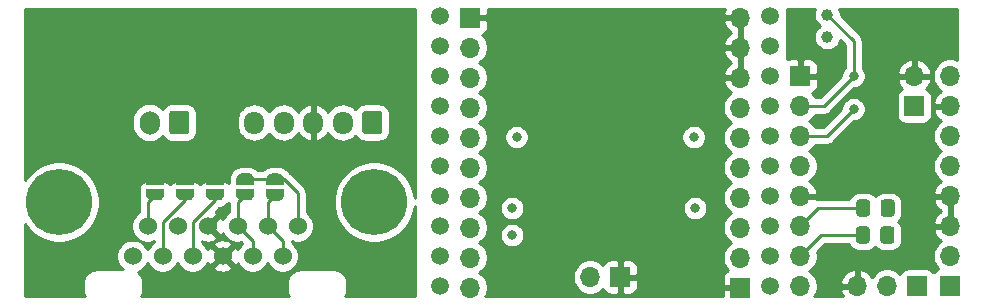
<source format=gbl>
G04 #@! TF.GenerationSoftware,KiCad,Pcbnew,5.1.9+dfsg1-1*
G04 #@! TF.CreationDate,2022-11-10T15:58:18+09:00*
G04 #@! TF.ProjectId,adapter-board,61646170-7465-4722-9d62-6f6172642e6b,rev?*
G04 #@! TF.SameCoordinates,Original*
G04 #@! TF.FileFunction,Copper,L4,Bot*
G04 #@! TF.FilePolarity,Positive*
%FSLAX46Y46*%
G04 Gerber Fmt 4.6, Leading zero omitted, Abs format (unit mm)*
G04 Created by KiCad (PCBNEW 5.1.9+dfsg1-1) date 2022-11-10 15:58:18*
%MOMM*%
%LPD*%
G01*
G04 APERTURE LIST*
G04 #@! TA.AperFunction,ComponentPad*
%ADD10C,5.600000*%
G04 #@! TD*
G04 #@! TA.AperFunction,ComponentPad*
%ADD11C,1.524000*%
G04 #@! TD*
G04 #@! TA.AperFunction,ComponentPad*
%ADD12R,1.700000X1.700000*%
G04 #@! TD*
G04 #@! TA.AperFunction,ComponentPad*
%ADD13O,1.700000X1.700000*%
G04 #@! TD*
G04 #@! TA.AperFunction,SMDPad,CuDef*
%ADD14C,0.100000*%
G04 #@! TD*
G04 #@! TA.AperFunction,ComponentPad*
%ADD15O,1.700000X2.000000*%
G04 #@! TD*
G04 #@! TA.AperFunction,ComponentPad*
%ADD16O,1.700000X1.950000*%
G04 #@! TD*
G04 #@! TA.AperFunction,ComponentPad*
%ADD17C,1.000000*%
G04 #@! TD*
G04 #@! TA.AperFunction,ViaPad*
%ADD18C,1.500000*%
G04 #@! TD*
G04 #@! TA.AperFunction,ViaPad*
%ADD19C,0.800000*%
G04 #@! TD*
G04 #@! TA.AperFunction,Conductor*
%ADD20C,0.250000*%
G04 #@! TD*
G04 #@! TA.AperFunction,Conductor*
%ADD21C,0.254000*%
G04 #@! TD*
G04 #@! TA.AperFunction,Conductor*
%ADD22C,0.100000*%
G04 #@! TD*
G04 APERTURE END LIST*
D10*
X113792000Y-83820000D03*
X87122000Y-83820000D03*
D11*
X107315000Y-85852000D03*
X104775000Y-85852000D03*
X102235000Y-85852000D03*
X99695000Y-85852000D03*
X97155000Y-85852000D03*
X94615000Y-85852000D03*
X106045000Y-88392000D03*
X103505000Y-88392000D03*
X100965000Y-88392000D03*
X98425000Y-88392000D03*
X95885000Y-88392000D03*
X93345000Y-88392000D03*
D12*
X121920000Y-68199000D03*
D13*
X121920000Y-70739000D03*
X121920000Y-73279000D03*
X121920000Y-75819000D03*
X121920000Y-78359000D03*
X121920000Y-80899000D03*
X121920000Y-83439000D03*
X121920000Y-85979000D03*
X121920000Y-88519000D03*
X121920000Y-91059000D03*
D12*
X149860000Y-73152000D03*
D13*
X149860000Y-75692000D03*
X149860000Y-78232000D03*
X149860000Y-80772000D03*
X149860000Y-83312000D03*
X149860000Y-85852000D03*
X149860000Y-88392000D03*
X149860000Y-90932000D03*
X144780000Y-68199000D03*
X144780000Y-70739000D03*
X144780000Y-73279000D03*
X144780000Y-75819000D03*
X144780000Y-78359000D03*
X144780000Y-80899000D03*
X144780000Y-83439000D03*
X144780000Y-85979000D03*
X144780000Y-88519000D03*
D12*
X144780000Y-91059000D03*
D13*
X162560000Y-73152000D03*
X162560000Y-75692000D03*
X162560000Y-78232000D03*
X162560000Y-80772000D03*
X162560000Y-83312000D03*
X162560000Y-85852000D03*
X162560000Y-88392000D03*
D12*
X162560000Y-90932000D03*
G04 #@! TA.AperFunction,SMDPad,CuDef*
D14*
G36*
X104660000Y-82400000D02*
G01*
X104660000Y-81900000D01*
X104660602Y-81900000D01*
X104660602Y-81875466D01*
X104665412Y-81826635D01*
X104674984Y-81778510D01*
X104689228Y-81731555D01*
X104708005Y-81686222D01*
X104731136Y-81642949D01*
X104758396Y-81602150D01*
X104789524Y-81564221D01*
X104824221Y-81529524D01*
X104862150Y-81498396D01*
X104902949Y-81471136D01*
X104946222Y-81448005D01*
X104991555Y-81429228D01*
X105038510Y-81414984D01*
X105086635Y-81405412D01*
X105135466Y-81400602D01*
X105160000Y-81400602D01*
X105160000Y-81400000D01*
X105660000Y-81400000D01*
X105660000Y-81400602D01*
X105684534Y-81400602D01*
X105733365Y-81405412D01*
X105781490Y-81414984D01*
X105828445Y-81429228D01*
X105873778Y-81448005D01*
X105917051Y-81471136D01*
X105957850Y-81498396D01*
X105995779Y-81529524D01*
X106030476Y-81564221D01*
X106061604Y-81602150D01*
X106088864Y-81642949D01*
X106111995Y-81686222D01*
X106130772Y-81731555D01*
X106145016Y-81778510D01*
X106154588Y-81826635D01*
X106159398Y-81875466D01*
X106159398Y-81900000D01*
X106160000Y-81900000D01*
X106160000Y-82400000D01*
X104660000Y-82400000D01*
G37*
G04 #@! TD.AperFunction*
G04 #@! TA.AperFunction,SMDPad,CuDef*
G36*
X106159398Y-83200000D02*
G01*
X106159398Y-83224534D01*
X106154588Y-83273365D01*
X106145016Y-83321490D01*
X106130772Y-83368445D01*
X106111995Y-83413778D01*
X106088864Y-83457051D01*
X106061604Y-83497850D01*
X106030476Y-83535779D01*
X105995779Y-83570476D01*
X105957850Y-83601604D01*
X105917051Y-83628864D01*
X105873778Y-83651995D01*
X105828445Y-83670772D01*
X105781490Y-83685016D01*
X105733365Y-83694588D01*
X105684534Y-83699398D01*
X105660000Y-83699398D01*
X105660000Y-83700000D01*
X105160000Y-83700000D01*
X105160000Y-83699398D01*
X105135466Y-83699398D01*
X105086635Y-83694588D01*
X105038510Y-83685016D01*
X104991555Y-83670772D01*
X104946222Y-83651995D01*
X104902949Y-83628864D01*
X104862150Y-83601604D01*
X104824221Y-83570476D01*
X104789524Y-83535779D01*
X104758396Y-83497850D01*
X104731136Y-83457051D01*
X104708005Y-83413778D01*
X104689228Y-83368445D01*
X104674984Y-83321490D01*
X104665412Y-83273365D01*
X104660602Y-83224534D01*
X104660602Y-83200000D01*
X104660000Y-83200000D01*
X104660000Y-82700000D01*
X106160000Y-82700000D01*
X106160000Y-83200000D01*
X106159398Y-83200000D01*
G37*
G04 #@! TD.AperFunction*
G04 #@! TA.AperFunction,SMDPad,CuDef*
G36*
X103619398Y-83185000D02*
G01*
X103619398Y-83209534D01*
X103614588Y-83258365D01*
X103605016Y-83306490D01*
X103590772Y-83353445D01*
X103571995Y-83398778D01*
X103548864Y-83442051D01*
X103521604Y-83482850D01*
X103490476Y-83520779D01*
X103455779Y-83555476D01*
X103417850Y-83586604D01*
X103377051Y-83613864D01*
X103333778Y-83636995D01*
X103288445Y-83655772D01*
X103241490Y-83670016D01*
X103193365Y-83679588D01*
X103144534Y-83684398D01*
X103120000Y-83684398D01*
X103120000Y-83685000D01*
X102620000Y-83685000D01*
X102620000Y-83684398D01*
X102595466Y-83684398D01*
X102546635Y-83679588D01*
X102498510Y-83670016D01*
X102451555Y-83655772D01*
X102406222Y-83636995D01*
X102362949Y-83613864D01*
X102322150Y-83586604D01*
X102284221Y-83555476D01*
X102249524Y-83520779D01*
X102218396Y-83482850D01*
X102191136Y-83442051D01*
X102168005Y-83398778D01*
X102149228Y-83353445D01*
X102134984Y-83306490D01*
X102125412Y-83258365D01*
X102120602Y-83209534D01*
X102120602Y-83185000D01*
X102120000Y-83185000D01*
X102120000Y-82685000D01*
X103620000Y-82685000D01*
X103620000Y-83185000D01*
X103619398Y-83185000D01*
G37*
G04 #@! TD.AperFunction*
G04 #@! TA.AperFunction,SMDPad,CuDef*
G36*
X102120000Y-82385000D02*
G01*
X102120000Y-81885000D01*
X102120602Y-81885000D01*
X102120602Y-81860466D01*
X102125412Y-81811635D01*
X102134984Y-81763510D01*
X102149228Y-81716555D01*
X102168005Y-81671222D01*
X102191136Y-81627949D01*
X102218396Y-81587150D01*
X102249524Y-81549221D01*
X102284221Y-81514524D01*
X102322150Y-81483396D01*
X102362949Y-81456136D01*
X102406222Y-81433005D01*
X102451555Y-81414228D01*
X102498510Y-81399984D01*
X102546635Y-81390412D01*
X102595466Y-81385602D01*
X102620000Y-81385602D01*
X102620000Y-81385000D01*
X103120000Y-81385000D01*
X103120000Y-81385602D01*
X103144534Y-81385602D01*
X103193365Y-81390412D01*
X103241490Y-81399984D01*
X103288445Y-81414228D01*
X103333778Y-81433005D01*
X103377051Y-81456136D01*
X103417850Y-81483396D01*
X103455779Y-81514524D01*
X103490476Y-81549221D01*
X103521604Y-81587150D01*
X103548864Y-81627949D01*
X103571995Y-81671222D01*
X103590772Y-81716555D01*
X103605016Y-81763510D01*
X103614588Y-81811635D01*
X103619398Y-81860466D01*
X103619398Y-81885000D01*
X103620000Y-81885000D01*
X103620000Y-82385000D01*
X102120000Y-82385000D01*
G37*
G04 #@! TD.AperFunction*
G04 #@! TA.AperFunction,SMDPad,CuDef*
G36*
X94500000Y-82385000D02*
G01*
X94500000Y-81885000D01*
X94500602Y-81885000D01*
X94500602Y-81860466D01*
X94505412Y-81811635D01*
X94514984Y-81763510D01*
X94529228Y-81716555D01*
X94548005Y-81671222D01*
X94571136Y-81627949D01*
X94598396Y-81587150D01*
X94629524Y-81549221D01*
X94664221Y-81514524D01*
X94702150Y-81483396D01*
X94742949Y-81456136D01*
X94786222Y-81433005D01*
X94831555Y-81414228D01*
X94878510Y-81399984D01*
X94926635Y-81390412D01*
X94975466Y-81385602D01*
X95000000Y-81385602D01*
X95000000Y-81385000D01*
X95500000Y-81385000D01*
X95500000Y-81385602D01*
X95524534Y-81385602D01*
X95573365Y-81390412D01*
X95621490Y-81399984D01*
X95668445Y-81414228D01*
X95713778Y-81433005D01*
X95757051Y-81456136D01*
X95797850Y-81483396D01*
X95835779Y-81514524D01*
X95870476Y-81549221D01*
X95901604Y-81587150D01*
X95928864Y-81627949D01*
X95951995Y-81671222D01*
X95970772Y-81716555D01*
X95985016Y-81763510D01*
X95994588Y-81811635D01*
X95999398Y-81860466D01*
X95999398Y-81885000D01*
X96000000Y-81885000D01*
X96000000Y-82385000D01*
X94500000Y-82385000D01*
G37*
G04 #@! TD.AperFunction*
G04 #@! TA.AperFunction,SMDPad,CuDef*
G36*
X95999398Y-83185000D02*
G01*
X95999398Y-83209534D01*
X95994588Y-83258365D01*
X95985016Y-83306490D01*
X95970772Y-83353445D01*
X95951995Y-83398778D01*
X95928864Y-83442051D01*
X95901604Y-83482850D01*
X95870476Y-83520779D01*
X95835779Y-83555476D01*
X95797850Y-83586604D01*
X95757051Y-83613864D01*
X95713778Y-83636995D01*
X95668445Y-83655772D01*
X95621490Y-83670016D01*
X95573365Y-83679588D01*
X95524534Y-83684398D01*
X95500000Y-83684398D01*
X95500000Y-83685000D01*
X95000000Y-83685000D01*
X95000000Y-83684398D01*
X94975466Y-83684398D01*
X94926635Y-83679588D01*
X94878510Y-83670016D01*
X94831555Y-83655772D01*
X94786222Y-83636995D01*
X94742949Y-83613864D01*
X94702150Y-83586604D01*
X94664221Y-83555476D01*
X94629524Y-83520779D01*
X94598396Y-83482850D01*
X94571136Y-83442051D01*
X94548005Y-83398778D01*
X94529228Y-83353445D01*
X94514984Y-83306490D01*
X94505412Y-83258365D01*
X94500602Y-83209534D01*
X94500602Y-83185000D01*
X94500000Y-83185000D01*
X94500000Y-82685000D01*
X96000000Y-82685000D01*
X96000000Y-83185000D01*
X95999398Y-83185000D01*
G37*
G04 #@! TD.AperFunction*
G04 #@! TA.AperFunction,SMDPad,CuDef*
G36*
X101079398Y-83185000D02*
G01*
X101079398Y-83209534D01*
X101074588Y-83258365D01*
X101065016Y-83306490D01*
X101050772Y-83353445D01*
X101031995Y-83398778D01*
X101008864Y-83442051D01*
X100981604Y-83482850D01*
X100950476Y-83520779D01*
X100915779Y-83555476D01*
X100877850Y-83586604D01*
X100837051Y-83613864D01*
X100793778Y-83636995D01*
X100748445Y-83655772D01*
X100701490Y-83670016D01*
X100653365Y-83679588D01*
X100604534Y-83684398D01*
X100580000Y-83684398D01*
X100580000Y-83685000D01*
X100080000Y-83685000D01*
X100080000Y-83684398D01*
X100055466Y-83684398D01*
X100006635Y-83679588D01*
X99958510Y-83670016D01*
X99911555Y-83655772D01*
X99866222Y-83636995D01*
X99822949Y-83613864D01*
X99782150Y-83586604D01*
X99744221Y-83555476D01*
X99709524Y-83520779D01*
X99678396Y-83482850D01*
X99651136Y-83442051D01*
X99628005Y-83398778D01*
X99609228Y-83353445D01*
X99594984Y-83306490D01*
X99585412Y-83258365D01*
X99580602Y-83209534D01*
X99580602Y-83185000D01*
X99580000Y-83185000D01*
X99580000Y-82685000D01*
X101080000Y-82685000D01*
X101080000Y-83185000D01*
X101079398Y-83185000D01*
G37*
G04 #@! TD.AperFunction*
G04 #@! TA.AperFunction,SMDPad,CuDef*
G36*
X99580000Y-82385000D02*
G01*
X99580000Y-81885000D01*
X99580602Y-81885000D01*
X99580602Y-81860466D01*
X99585412Y-81811635D01*
X99594984Y-81763510D01*
X99609228Y-81716555D01*
X99628005Y-81671222D01*
X99651136Y-81627949D01*
X99678396Y-81587150D01*
X99709524Y-81549221D01*
X99744221Y-81514524D01*
X99782150Y-81483396D01*
X99822949Y-81456136D01*
X99866222Y-81433005D01*
X99911555Y-81414228D01*
X99958510Y-81399984D01*
X100006635Y-81390412D01*
X100055466Y-81385602D01*
X100080000Y-81385602D01*
X100080000Y-81385000D01*
X100580000Y-81385000D01*
X100580000Y-81385602D01*
X100604534Y-81385602D01*
X100653365Y-81390412D01*
X100701490Y-81399984D01*
X100748445Y-81414228D01*
X100793778Y-81433005D01*
X100837051Y-81456136D01*
X100877850Y-81483396D01*
X100915779Y-81514524D01*
X100950476Y-81549221D01*
X100981604Y-81587150D01*
X101008864Y-81627949D01*
X101031995Y-81671222D01*
X101050772Y-81716555D01*
X101065016Y-81763510D01*
X101074588Y-81811635D01*
X101079398Y-81860466D01*
X101079398Y-81885000D01*
X101080000Y-81885000D01*
X101080000Y-82385000D01*
X99580000Y-82385000D01*
G37*
G04 #@! TD.AperFunction*
G04 #@! TA.AperFunction,SMDPad,CuDef*
G36*
X98540000Y-82685000D02*
G01*
X98540000Y-83185000D01*
X98539398Y-83185000D01*
X98539398Y-83209534D01*
X98534588Y-83258365D01*
X98525016Y-83306490D01*
X98510772Y-83353445D01*
X98491995Y-83398778D01*
X98468864Y-83442051D01*
X98441604Y-83482850D01*
X98410476Y-83520779D01*
X98375779Y-83555476D01*
X98337850Y-83586604D01*
X98297051Y-83613864D01*
X98253778Y-83636995D01*
X98208445Y-83655772D01*
X98161490Y-83670016D01*
X98113365Y-83679588D01*
X98064534Y-83684398D01*
X98040000Y-83684398D01*
X98040000Y-83685000D01*
X97540000Y-83685000D01*
X97540000Y-83684398D01*
X97515466Y-83684398D01*
X97466635Y-83679588D01*
X97418510Y-83670016D01*
X97371555Y-83655772D01*
X97326222Y-83636995D01*
X97282949Y-83613864D01*
X97242150Y-83586604D01*
X97204221Y-83555476D01*
X97169524Y-83520779D01*
X97138396Y-83482850D01*
X97111136Y-83442051D01*
X97088005Y-83398778D01*
X97069228Y-83353445D01*
X97054984Y-83306490D01*
X97045412Y-83258365D01*
X97040602Y-83209534D01*
X97040602Y-83185000D01*
X97040000Y-83185000D01*
X97040000Y-82685000D01*
X98540000Y-82685000D01*
G37*
G04 #@! TD.AperFunction*
G04 #@! TA.AperFunction,SMDPad,CuDef*
G36*
X97040602Y-81885000D02*
G01*
X97040602Y-81860466D01*
X97045412Y-81811635D01*
X97054984Y-81763510D01*
X97069228Y-81716555D01*
X97088005Y-81671222D01*
X97111136Y-81627949D01*
X97138396Y-81587150D01*
X97169524Y-81549221D01*
X97204221Y-81514524D01*
X97242150Y-81483396D01*
X97282949Y-81456136D01*
X97326222Y-81433005D01*
X97371555Y-81414228D01*
X97418510Y-81399984D01*
X97466635Y-81390412D01*
X97515466Y-81385602D01*
X97540000Y-81385602D01*
X97540000Y-81385000D01*
X98040000Y-81385000D01*
X98040000Y-81385602D01*
X98064534Y-81385602D01*
X98113365Y-81390412D01*
X98161490Y-81399984D01*
X98208445Y-81414228D01*
X98253778Y-81433005D01*
X98297051Y-81456136D01*
X98337850Y-81483396D01*
X98375779Y-81514524D01*
X98410476Y-81549221D01*
X98441604Y-81587150D01*
X98468864Y-81627949D01*
X98491995Y-81671222D01*
X98510772Y-81716555D01*
X98525016Y-81763510D01*
X98534588Y-81811635D01*
X98539398Y-81860466D01*
X98539398Y-81885000D01*
X98540000Y-81885000D01*
X98540000Y-82385000D01*
X97040000Y-82385000D01*
X97040000Y-81885000D01*
X97040602Y-81885000D01*
G37*
G04 #@! TD.AperFunction*
G04 #@! TA.AperFunction,ComponentPad*
G36*
G01*
X98132000Y-76339000D02*
X98132000Y-77839000D01*
G75*
G02*
X97882000Y-78089000I-250000J0D01*
G01*
X96682000Y-78089000D01*
G75*
G02*
X96432000Y-77839000I0J250000D01*
G01*
X96432000Y-76339000D01*
G75*
G02*
X96682000Y-76089000I250000J0D01*
G01*
X97882000Y-76089000D01*
G75*
G02*
X98132000Y-76339000I0J-250000D01*
G01*
G37*
G04 #@! TD.AperFunction*
D15*
X94782000Y-77089000D03*
G04 #@! TA.AperFunction,ComponentPad*
G36*
G01*
X114482000Y-76364000D02*
X114482000Y-77814000D01*
G75*
G02*
X114232000Y-78064000I-250000J0D01*
G01*
X113032000Y-78064000D01*
G75*
G02*
X112782000Y-77814000I0J250000D01*
G01*
X112782000Y-76364000D01*
G75*
G02*
X113032000Y-76114000I250000J0D01*
G01*
X114232000Y-76114000D01*
G75*
G02*
X114482000Y-76364000I0J-250000D01*
G01*
G37*
G04 #@! TD.AperFunction*
D16*
X111132000Y-77089000D03*
X108632000Y-77089000D03*
X106132000Y-77089000D03*
X103632000Y-77089000D03*
D17*
X152146000Y-69850000D03*
X152146000Y-67950000D03*
G04 #@! TA.AperFunction,SMDPad,CuDef*
G36*
G01*
X154606500Y-84803000D02*
X154606500Y-83853000D01*
G75*
G02*
X154856500Y-83603000I250000J0D01*
G01*
X155531500Y-83603000D01*
G75*
G02*
X155781500Y-83853000I0J-250000D01*
G01*
X155781500Y-84803000D01*
G75*
G02*
X155531500Y-85053000I-250000J0D01*
G01*
X154856500Y-85053000D01*
G75*
G02*
X154606500Y-84803000I0J250000D01*
G01*
G37*
G04 #@! TD.AperFunction*
G04 #@! TA.AperFunction,SMDPad,CuDef*
G36*
G01*
X156681500Y-84803000D02*
X156681500Y-83853000D01*
G75*
G02*
X156931500Y-83603000I250000J0D01*
G01*
X157606500Y-83603000D01*
G75*
G02*
X157856500Y-83853000I0J-250000D01*
G01*
X157856500Y-84803000D01*
G75*
G02*
X157606500Y-85053000I-250000J0D01*
G01*
X156931500Y-85053000D01*
G75*
G02*
X156681500Y-84803000I0J250000D01*
G01*
G37*
G04 #@! TD.AperFunction*
G04 #@! TA.AperFunction,SMDPad,CuDef*
G36*
G01*
X156660000Y-87089000D02*
X156660000Y-86139000D01*
G75*
G02*
X156910000Y-85889000I250000J0D01*
G01*
X157585000Y-85889000D01*
G75*
G02*
X157835000Y-86139000I0J-250000D01*
G01*
X157835000Y-87089000D01*
G75*
G02*
X157585000Y-87339000I-250000J0D01*
G01*
X156910000Y-87339000D01*
G75*
G02*
X156660000Y-87089000I0J250000D01*
G01*
G37*
G04 #@! TD.AperFunction*
G04 #@! TA.AperFunction,SMDPad,CuDef*
G36*
G01*
X154585000Y-87089000D02*
X154585000Y-86139000D01*
G75*
G02*
X154835000Y-85889000I250000J0D01*
G01*
X155510000Y-85889000D01*
G75*
G02*
X155760000Y-86139000I0J-250000D01*
G01*
X155760000Y-87089000D01*
G75*
G02*
X155510000Y-87339000I-250000J0D01*
G01*
X154835000Y-87339000D01*
G75*
G02*
X154585000Y-87089000I0J250000D01*
G01*
G37*
G04 #@! TD.AperFunction*
D12*
X159512000Y-75692000D03*
D13*
X159512000Y-73152000D03*
D12*
X159766000Y-90932000D03*
D13*
X157226000Y-90932000D03*
X154686000Y-90932000D03*
D12*
X134620000Y-90170000D03*
D13*
X132080000Y-90170000D03*
D18*
X119380000Y-70612000D03*
X119380000Y-73152000D03*
X119380000Y-75692000D03*
X119380000Y-78232000D03*
X119380000Y-80772000D03*
X119380000Y-83312000D03*
X119380000Y-85852000D03*
X119380000Y-88392000D03*
X119380000Y-90932000D03*
X147320000Y-90932000D03*
X147320000Y-88392000D03*
X147320000Y-85852000D03*
X147320000Y-83312000D03*
X147320000Y-80772000D03*
X147320000Y-78232000D03*
X147320000Y-75692000D03*
X147320000Y-73152000D03*
X147320000Y-70612000D03*
X147320000Y-68072000D03*
X119380000Y-68072000D03*
D19*
X109220000Y-88265000D03*
X91440000Y-88265000D03*
X125476000Y-86614000D03*
X125850000Y-78318000D03*
X140850000Y-78318000D03*
X154389000Y-73152000D03*
X154389000Y-75946000D03*
X157269000Y-84328000D03*
X157247500Y-86614000D03*
X125476000Y-84328000D03*
X140970000Y-84328000D03*
D20*
X102885000Y-81900000D02*
X102870000Y-81885000D01*
X105395000Y-81885000D02*
X105410000Y-81900000D01*
X102870000Y-81885000D02*
X105395000Y-81885000D01*
X107315000Y-83057408D02*
X107315000Y-85852000D01*
X106157592Y-81900000D02*
X107315000Y-83057408D01*
X105410000Y-81900000D02*
X106157592Y-81900000D01*
X106045000Y-87122000D02*
X104775000Y-85852000D01*
X106045000Y-88392000D02*
X106045000Y-87122000D01*
X104775000Y-83835000D02*
X105410000Y-83200000D01*
X104775000Y-85852000D02*
X104775000Y-83835000D01*
X103505000Y-87122000D02*
X102235000Y-85852000D01*
X103505000Y-88392000D02*
X103505000Y-87122000D01*
X102235000Y-83820000D02*
X102870000Y-83185000D01*
X102235000Y-85852000D02*
X102235000Y-83820000D01*
X94615000Y-83820000D02*
X95250000Y-83185000D01*
X94615000Y-85852000D02*
X94615000Y-83820000D01*
X95250000Y-83185000D02*
X95659636Y-83185000D01*
X100330000Y-83608238D02*
X100330000Y-83185000D01*
X98425000Y-85513238D02*
X100330000Y-83608238D01*
X98425000Y-88392000D02*
X98425000Y-85513238D01*
X97790000Y-83608238D02*
X97790000Y-83185000D01*
X95885000Y-85513238D02*
X97790000Y-83608238D01*
X95885000Y-88392000D02*
X95885000Y-85513238D01*
X151849000Y-75692000D02*
X154389000Y-73152000D01*
X149860000Y-75692000D02*
X151849000Y-75692000D01*
X154389000Y-70193000D02*
X152146000Y-67950000D01*
X154389000Y-73152000D02*
X154389000Y-70193000D01*
X152103000Y-78232000D02*
X154389000Y-75946000D01*
X149860000Y-78232000D02*
X152103000Y-78232000D01*
X151384000Y-84328000D02*
X149860000Y-85852000D01*
X155194000Y-84328000D02*
X151384000Y-84328000D01*
X157247500Y-90910500D02*
X157226000Y-90932000D01*
X151638000Y-86614000D02*
X149860000Y-88392000D01*
X155172500Y-86614000D02*
X151638000Y-86614000D01*
D21*
X117221000Y-83451518D02*
X117094994Y-82818048D01*
X116836057Y-82192918D01*
X116460138Y-81630315D01*
X115981685Y-81151862D01*
X115419082Y-80775943D01*
X114793952Y-80517006D01*
X114130318Y-80385000D01*
X113453682Y-80385000D01*
X112790048Y-80517006D01*
X112164918Y-80775943D01*
X111602315Y-81151862D01*
X111123862Y-81630315D01*
X110747943Y-82192918D01*
X110489006Y-82818048D01*
X110357000Y-83481682D01*
X110357000Y-84158318D01*
X110489006Y-84821952D01*
X110747943Y-85447082D01*
X111123862Y-86009685D01*
X111602315Y-86488138D01*
X112164918Y-86864057D01*
X112790048Y-87122994D01*
X113453682Y-87255000D01*
X114130318Y-87255000D01*
X114793952Y-87122994D01*
X115419082Y-86864057D01*
X115981685Y-86488138D01*
X116460138Y-86009685D01*
X116836057Y-85447082D01*
X117094994Y-84821952D01*
X117221000Y-84188482D01*
X117221000Y-91796000D01*
X111357010Y-91796000D01*
X111364488Y-91785079D01*
X111368870Y-91776973D01*
X111415415Y-91689434D01*
X111438197Y-91634159D01*
X111461775Y-91579149D01*
X111464500Y-91570345D01*
X111493156Y-91475432D01*
X111504773Y-91416759D01*
X111517212Y-91358242D01*
X111518175Y-91349077D01*
X111527850Y-91250406D01*
X111527850Y-91250402D01*
X111531000Y-91218419D01*
X111531000Y-90645581D01*
X111528251Y-90617668D01*
X111528272Y-90614633D01*
X111527372Y-90605462D01*
X111522238Y-90556616D01*
X111521450Y-90548617D01*
X111521369Y-90548350D01*
X111517008Y-90506860D01*
X111504984Y-90448286D01*
X111493771Y-90389504D01*
X111491107Y-90380683D01*
X111461789Y-90285973D01*
X111438636Y-90230895D01*
X111416202Y-90175368D01*
X111411875Y-90167232D01*
X111364720Y-90080020D01*
X111331270Y-90030429D01*
X111298514Y-89980371D01*
X111292689Y-89973230D01*
X111229493Y-89896838D01*
X111187058Y-89854699D01*
X111145195Y-89811949D01*
X111138094Y-89806075D01*
X111061263Y-89743413D01*
X111011467Y-89710329D01*
X110962079Y-89676512D01*
X110953973Y-89672130D01*
X110866434Y-89625585D01*
X110811159Y-89602803D01*
X110756149Y-89579225D01*
X110747346Y-89576500D01*
X110652432Y-89547844D01*
X110593752Y-89536225D01*
X110535242Y-89523788D01*
X110526077Y-89522825D01*
X110427406Y-89513150D01*
X110427402Y-89513150D01*
X110395419Y-89510000D01*
X107536581Y-89510000D01*
X107508668Y-89512749D01*
X107505633Y-89512728D01*
X107496462Y-89513628D01*
X107447616Y-89518762D01*
X107439617Y-89519550D01*
X107439350Y-89519631D01*
X107397860Y-89523992D01*
X107339286Y-89536016D01*
X107280504Y-89547229D01*
X107271683Y-89549893D01*
X107176973Y-89579211D01*
X107121895Y-89602364D01*
X107066368Y-89624798D01*
X107058232Y-89629125D01*
X106971020Y-89676280D01*
X106921429Y-89709730D01*
X106871371Y-89742486D01*
X106864230Y-89748311D01*
X106787838Y-89811507D01*
X106745709Y-89853932D01*
X106702949Y-89895805D01*
X106697075Y-89902906D01*
X106634413Y-89979737D01*
X106601329Y-90029533D01*
X106567512Y-90078921D01*
X106563130Y-90087027D01*
X106516585Y-90174566D01*
X106493813Y-90229816D01*
X106470225Y-90284851D01*
X106467500Y-90293654D01*
X106438844Y-90388568D01*
X106427225Y-90447248D01*
X106414788Y-90505758D01*
X106413825Y-90514923D01*
X106404150Y-90613594D01*
X106404150Y-90613599D01*
X106401000Y-90645582D01*
X106401000Y-91218419D01*
X106403749Y-91246332D01*
X106403728Y-91249367D01*
X106404628Y-91258538D01*
X106409762Y-91307384D01*
X106410550Y-91315383D01*
X106410631Y-91315650D01*
X106414992Y-91357140D01*
X106427016Y-91415714D01*
X106438229Y-91474496D01*
X106440893Y-91483317D01*
X106470211Y-91578028D01*
X106493370Y-91633119D01*
X106515798Y-91688632D01*
X106520125Y-91696768D01*
X106567280Y-91783980D01*
X106575388Y-91796000D01*
X94085010Y-91796000D01*
X94092488Y-91785079D01*
X94096870Y-91776973D01*
X94143415Y-91689434D01*
X94166197Y-91634159D01*
X94189775Y-91579149D01*
X94192500Y-91570345D01*
X94221156Y-91475432D01*
X94232773Y-91416759D01*
X94245212Y-91358242D01*
X94246175Y-91349077D01*
X94255850Y-91250406D01*
X94255850Y-91250402D01*
X94259000Y-91218419D01*
X94259000Y-90645581D01*
X94256251Y-90617668D01*
X94256272Y-90614633D01*
X94255372Y-90605462D01*
X94250238Y-90556616D01*
X94249450Y-90548617D01*
X94249369Y-90548350D01*
X94245008Y-90506860D01*
X94232984Y-90448286D01*
X94221771Y-90389504D01*
X94219107Y-90380683D01*
X94189789Y-90285973D01*
X94166636Y-90230895D01*
X94144202Y-90175368D01*
X94139875Y-90167232D01*
X94092720Y-90080020D01*
X94059270Y-90030429D01*
X94026514Y-89980371D01*
X94020689Y-89973230D01*
X93957493Y-89896838D01*
X93915058Y-89854699D01*
X93873195Y-89811949D01*
X93866094Y-89806075D01*
X93789263Y-89743413D01*
X93767632Y-89729042D01*
X94006727Y-89630005D01*
X94235535Y-89477120D01*
X94430120Y-89282535D01*
X94583005Y-89053727D01*
X94615000Y-88976485D01*
X94646995Y-89053727D01*
X94799880Y-89282535D01*
X94994465Y-89477120D01*
X95223273Y-89630005D01*
X95477510Y-89735314D01*
X95747408Y-89789000D01*
X96022592Y-89789000D01*
X96292490Y-89735314D01*
X96546727Y-89630005D01*
X96775535Y-89477120D01*
X96970120Y-89282535D01*
X97123005Y-89053727D01*
X97155000Y-88976485D01*
X97186995Y-89053727D01*
X97339880Y-89282535D01*
X97534465Y-89477120D01*
X97763273Y-89630005D01*
X98017510Y-89735314D01*
X98287408Y-89789000D01*
X98562592Y-89789000D01*
X98832490Y-89735314D01*
X99086727Y-89630005D01*
X99315535Y-89477120D01*
X99435090Y-89357565D01*
X100179040Y-89357565D01*
X100246020Y-89597656D01*
X100495048Y-89714756D01*
X100762135Y-89781023D01*
X101037017Y-89793910D01*
X101309133Y-89752922D01*
X101568023Y-89659636D01*
X101683980Y-89597656D01*
X101750960Y-89357565D01*
X100965000Y-88571605D01*
X100179040Y-89357565D01*
X99435090Y-89357565D01*
X99510120Y-89282535D01*
X99663005Y-89053727D01*
X99692692Y-88982057D01*
X99697364Y-88995023D01*
X99759344Y-89110980D01*
X99999435Y-89177960D01*
X100785395Y-88392000D01*
X99999435Y-87606040D01*
X99759344Y-87673020D01*
X99695515Y-87808760D01*
X99663005Y-87730273D01*
X99510120Y-87501465D01*
X99435090Y-87426435D01*
X100179040Y-87426435D01*
X100965000Y-88212395D01*
X101750960Y-87426435D01*
X101683980Y-87186344D01*
X101434952Y-87069244D01*
X101167865Y-87002977D01*
X100892983Y-86990090D01*
X100620867Y-87031078D01*
X100361977Y-87124364D01*
X100246020Y-87186344D01*
X100179040Y-87426435D01*
X99435090Y-87426435D01*
X99315535Y-87306880D01*
X99185000Y-87219659D01*
X99185000Y-87155924D01*
X99225048Y-87174756D01*
X99492135Y-87241023D01*
X99767017Y-87253910D01*
X100039133Y-87212922D01*
X100298023Y-87119636D01*
X100413980Y-87057656D01*
X100480960Y-86817565D01*
X99695000Y-86031605D01*
X99680858Y-86045748D01*
X99501253Y-85866143D01*
X99515395Y-85852000D01*
X99501253Y-85837858D01*
X99680858Y-85658253D01*
X99695000Y-85672395D01*
X100480960Y-84886435D01*
X100413980Y-84646344D01*
X100381819Y-84631221D01*
X100699299Y-84313741D01*
X100753490Y-84308404D01*
X100849623Y-84289282D01*
X100969319Y-84252973D01*
X101059875Y-84215464D01*
X101170192Y-84156498D01*
X101251691Y-84102042D01*
X101348382Y-84022690D01*
X101417690Y-83953382D01*
X101475001Y-83883548D01*
X101475001Y-84679659D01*
X101344465Y-84766880D01*
X101149880Y-84961465D01*
X100996995Y-85190273D01*
X100967308Y-85261943D01*
X100962636Y-85248977D01*
X100900656Y-85133020D01*
X100660565Y-85066040D01*
X99874605Y-85852000D01*
X100660565Y-86637960D01*
X100900656Y-86570980D01*
X100964485Y-86435240D01*
X100996995Y-86513727D01*
X101149880Y-86742535D01*
X101344465Y-86937120D01*
X101573273Y-87090005D01*
X101827510Y-87195314D01*
X102097408Y-87249000D01*
X102372592Y-87249000D01*
X102526570Y-87218372D01*
X102614833Y-87306634D01*
X102614465Y-87306880D01*
X102419880Y-87501465D01*
X102266995Y-87730273D01*
X102237308Y-87801943D01*
X102232636Y-87788977D01*
X102170656Y-87673020D01*
X101930565Y-87606040D01*
X101144605Y-88392000D01*
X101930565Y-89177960D01*
X102170656Y-89110980D01*
X102234485Y-88975240D01*
X102266995Y-89053727D01*
X102419880Y-89282535D01*
X102614465Y-89477120D01*
X102843273Y-89630005D01*
X103097510Y-89735314D01*
X103367408Y-89789000D01*
X103642592Y-89789000D01*
X103912490Y-89735314D01*
X104166727Y-89630005D01*
X104395535Y-89477120D01*
X104590120Y-89282535D01*
X104743005Y-89053727D01*
X104775000Y-88976485D01*
X104806995Y-89053727D01*
X104959880Y-89282535D01*
X105154465Y-89477120D01*
X105383273Y-89630005D01*
X105637510Y-89735314D01*
X105907408Y-89789000D01*
X106182592Y-89789000D01*
X106452490Y-89735314D01*
X106706727Y-89630005D01*
X106935535Y-89477120D01*
X107130120Y-89282535D01*
X107283005Y-89053727D01*
X107388314Y-88799490D01*
X107442000Y-88529592D01*
X107442000Y-88254408D01*
X107388314Y-87984510D01*
X107283005Y-87730273D01*
X107130120Y-87501465D01*
X106935535Y-87306880D01*
X106805000Y-87219659D01*
X106805000Y-87159322D01*
X106805612Y-87153106D01*
X106907510Y-87195314D01*
X107177408Y-87249000D01*
X107452592Y-87249000D01*
X107722490Y-87195314D01*
X107976727Y-87090005D01*
X108205535Y-86937120D01*
X108400120Y-86742535D01*
X108553005Y-86513727D01*
X108658314Y-86259490D01*
X108712000Y-85989592D01*
X108712000Y-85714408D01*
X108658314Y-85444510D01*
X108553005Y-85190273D01*
X108400120Y-84961465D01*
X108205535Y-84766880D01*
X108075000Y-84679659D01*
X108075000Y-83094730D01*
X108078676Y-83057407D01*
X108075000Y-83020084D01*
X108075000Y-83020075D01*
X108064003Y-82908422D01*
X108020546Y-82765161D01*
X107985716Y-82700000D01*
X107949974Y-82633131D01*
X107878799Y-82546405D01*
X107855001Y-82517407D01*
X107826004Y-82493610D01*
X106721396Y-81389003D01*
X106697593Y-81359999D01*
X106625504Y-81300837D01*
X106577042Y-81228309D01*
X106497690Y-81131618D01*
X106428382Y-81062310D01*
X106331691Y-80982958D01*
X106250192Y-80928502D01*
X106139875Y-80869536D01*
X106049319Y-80832027D01*
X105929623Y-80795718D01*
X105833490Y-80776596D01*
X105709009Y-80764336D01*
X105684450Y-80764336D01*
X105660000Y-80761928D01*
X105160000Y-80761928D01*
X105135550Y-80764336D01*
X105110991Y-80764336D01*
X104986510Y-80776596D01*
X104890377Y-80795718D01*
X104770681Y-80832027D01*
X104680125Y-80869536D01*
X104569808Y-80928502D01*
X104488309Y-80982958D01*
X104391618Y-81062310D01*
X104328928Y-81125000D01*
X103964569Y-81125000D01*
X103957690Y-81116618D01*
X103888382Y-81047310D01*
X103791691Y-80967958D01*
X103710192Y-80913502D01*
X103599875Y-80854536D01*
X103509319Y-80817027D01*
X103389623Y-80780718D01*
X103293490Y-80761596D01*
X103169009Y-80749336D01*
X103144450Y-80749336D01*
X103120000Y-80746928D01*
X102620000Y-80746928D01*
X102595550Y-80749336D01*
X102570991Y-80749336D01*
X102446510Y-80761596D01*
X102350377Y-80780718D01*
X102230681Y-80817027D01*
X102140125Y-80854536D01*
X102029808Y-80913502D01*
X101948309Y-80967958D01*
X101851618Y-81047310D01*
X101782310Y-81116618D01*
X101702958Y-81213309D01*
X101648502Y-81294808D01*
X101589536Y-81405125D01*
X101552027Y-81495681D01*
X101515718Y-81615377D01*
X101496596Y-81711510D01*
X101484336Y-81835991D01*
X101484336Y-81860550D01*
X101481928Y-81885000D01*
X101481928Y-82193391D01*
X101434494Y-82154463D01*
X101324180Y-82095498D01*
X101204482Y-82059188D01*
X101080000Y-82046928D01*
X99580000Y-82046928D01*
X99455518Y-82059188D01*
X99335820Y-82095498D01*
X99225506Y-82154463D01*
X99128815Y-82233815D01*
X99060000Y-82317667D01*
X98991185Y-82233815D01*
X98894494Y-82154463D01*
X98784180Y-82095498D01*
X98664482Y-82059188D01*
X98540000Y-82046928D01*
X97040000Y-82046928D01*
X96915518Y-82059188D01*
X96795820Y-82095498D01*
X96685506Y-82154463D01*
X96588815Y-82233815D01*
X96520000Y-82317667D01*
X96451185Y-82233815D01*
X96354494Y-82154463D01*
X96244180Y-82095498D01*
X96124482Y-82059188D01*
X96000000Y-82046928D01*
X94500000Y-82046928D01*
X94375518Y-82059188D01*
X94255820Y-82095498D01*
X94145506Y-82154463D01*
X94048815Y-82233815D01*
X93969463Y-82330506D01*
X93910498Y-82440820D01*
X93874188Y-82560518D01*
X93861928Y-82685000D01*
X93861928Y-83185000D01*
X93864336Y-83209450D01*
X93864336Y-83234009D01*
X93876596Y-83358490D01*
X93895718Y-83454623D01*
X93914843Y-83517671D01*
X93909454Y-83527754D01*
X93865998Y-83671015D01*
X93851324Y-83820000D01*
X93855001Y-83857332D01*
X93855001Y-84679659D01*
X93724465Y-84766880D01*
X93529880Y-84961465D01*
X93376995Y-85190273D01*
X93271686Y-85444510D01*
X93218000Y-85714408D01*
X93218000Y-85989592D01*
X93271686Y-86259490D01*
X93376995Y-86513727D01*
X93529880Y-86742535D01*
X93724465Y-86937120D01*
X93953273Y-87090005D01*
X94207510Y-87195314D01*
X94477408Y-87249000D01*
X94752592Y-87249000D01*
X95022490Y-87195314D01*
X95125000Y-87152853D01*
X95125000Y-87219659D01*
X94994465Y-87306880D01*
X94799880Y-87501465D01*
X94646995Y-87730273D01*
X94615000Y-87807515D01*
X94583005Y-87730273D01*
X94430120Y-87501465D01*
X94235535Y-87306880D01*
X94006727Y-87153995D01*
X93752490Y-87048686D01*
X93482592Y-86995000D01*
X93207408Y-86995000D01*
X92937510Y-87048686D01*
X92683273Y-87153995D01*
X92454465Y-87306880D01*
X92259880Y-87501465D01*
X92106995Y-87730273D01*
X92001686Y-87984510D01*
X91948000Y-88254408D01*
X91948000Y-88529592D01*
X92001686Y-88799490D01*
X92106995Y-89053727D01*
X92259880Y-89282535D01*
X92454465Y-89477120D01*
X92503673Y-89510000D01*
X90264581Y-89510000D01*
X90236668Y-89512749D01*
X90233633Y-89512728D01*
X90224462Y-89513628D01*
X90175616Y-89518762D01*
X90167617Y-89519550D01*
X90167350Y-89519631D01*
X90125860Y-89523992D01*
X90067286Y-89536016D01*
X90008504Y-89547229D01*
X89999683Y-89549893D01*
X89904973Y-89579211D01*
X89849895Y-89602364D01*
X89794368Y-89624798D01*
X89786232Y-89629125D01*
X89699020Y-89676280D01*
X89649429Y-89709730D01*
X89599371Y-89742486D01*
X89592230Y-89748311D01*
X89515838Y-89811507D01*
X89473709Y-89853932D01*
X89430949Y-89895805D01*
X89425075Y-89902906D01*
X89362413Y-89979737D01*
X89329329Y-90029533D01*
X89295512Y-90078921D01*
X89291130Y-90087027D01*
X89244585Y-90174566D01*
X89221813Y-90229816D01*
X89198225Y-90284851D01*
X89195500Y-90293654D01*
X89166844Y-90388568D01*
X89155225Y-90447248D01*
X89142788Y-90505758D01*
X89141825Y-90514923D01*
X89132150Y-90613594D01*
X89132150Y-90613599D01*
X89129000Y-90645582D01*
X89129000Y-91218419D01*
X89131749Y-91246332D01*
X89131728Y-91249367D01*
X89132628Y-91258538D01*
X89137762Y-91307384D01*
X89138550Y-91315383D01*
X89138631Y-91315650D01*
X89142992Y-91357140D01*
X89155016Y-91415714D01*
X89166229Y-91474496D01*
X89168893Y-91483317D01*
X89198211Y-91578028D01*
X89221370Y-91633119D01*
X89243798Y-91688632D01*
X89248125Y-91696768D01*
X89295280Y-91783980D01*
X89303388Y-91796000D01*
X84226000Y-91796000D01*
X84226000Y-85668665D01*
X84453862Y-86009685D01*
X84932315Y-86488138D01*
X85494918Y-86864057D01*
X86120048Y-87122994D01*
X86783682Y-87255000D01*
X87460318Y-87255000D01*
X88123952Y-87122994D01*
X88749082Y-86864057D01*
X89311685Y-86488138D01*
X89790138Y-86009685D01*
X90166057Y-85447082D01*
X90424994Y-84821952D01*
X90557000Y-84158318D01*
X90557000Y-83481682D01*
X90424994Y-82818048D01*
X90166057Y-82192918D01*
X89790138Y-81630315D01*
X89311685Y-81151862D01*
X88749082Y-80775943D01*
X88123952Y-80517006D01*
X87460318Y-80385000D01*
X86783682Y-80385000D01*
X86120048Y-80517006D01*
X85494918Y-80775943D01*
X84932315Y-81151862D01*
X84453862Y-81630315D01*
X84226000Y-81971335D01*
X84226000Y-76866050D01*
X93297000Y-76866050D01*
X93297000Y-77311949D01*
X93318487Y-77530110D01*
X93403401Y-77810033D01*
X93541294Y-78068013D01*
X93726866Y-78294134D01*
X93952986Y-78479706D01*
X94210966Y-78617599D01*
X94490889Y-78702513D01*
X94782000Y-78731185D01*
X95073110Y-78702513D01*
X95353033Y-78617599D01*
X95611013Y-78479706D01*
X95837134Y-78294134D01*
X95889223Y-78230663D01*
X95943595Y-78332386D01*
X96054038Y-78466962D01*
X96188614Y-78577405D01*
X96342150Y-78659472D01*
X96508746Y-78710008D01*
X96682000Y-78727072D01*
X97882000Y-78727072D01*
X98055254Y-78710008D01*
X98221850Y-78659472D01*
X98375386Y-78577405D01*
X98509962Y-78466962D01*
X98620405Y-78332386D01*
X98702472Y-78178850D01*
X98753008Y-78012254D01*
X98770072Y-77839000D01*
X98770072Y-76891050D01*
X102147000Y-76891050D01*
X102147000Y-77286949D01*
X102168487Y-77505110D01*
X102253401Y-77785033D01*
X102391294Y-78043013D01*
X102576866Y-78269134D01*
X102802986Y-78454706D01*
X103060966Y-78592599D01*
X103340889Y-78677513D01*
X103632000Y-78706185D01*
X103923110Y-78677513D01*
X104203033Y-78592599D01*
X104461013Y-78454706D01*
X104687134Y-78269134D01*
X104872706Y-78043014D01*
X104882000Y-78025626D01*
X104891294Y-78043013D01*
X105076866Y-78269134D01*
X105302986Y-78454706D01*
X105560966Y-78592599D01*
X105840889Y-78677513D01*
X106132000Y-78706185D01*
X106423110Y-78677513D01*
X106703033Y-78592599D01*
X106961013Y-78454706D01*
X107187134Y-78269134D01*
X107372706Y-78043014D01*
X107386462Y-78017278D01*
X107542951Y-78223429D01*
X107760807Y-78416496D01*
X108012142Y-78563352D01*
X108275110Y-78655476D01*
X108505000Y-78534155D01*
X108505000Y-77216000D01*
X108485000Y-77216000D01*
X108485000Y-76962000D01*
X108505000Y-76962000D01*
X108505000Y-75643845D01*
X108759000Y-75643845D01*
X108759000Y-76962000D01*
X108779000Y-76962000D01*
X108779000Y-77216000D01*
X108759000Y-77216000D01*
X108759000Y-78534155D01*
X108988890Y-78655476D01*
X109251858Y-78563352D01*
X109503193Y-78416496D01*
X109721049Y-78223429D01*
X109877538Y-78017278D01*
X109891294Y-78043013D01*
X110076866Y-78269134D01*
X110302986Y-78454706D01*
X110560966Y-78592599D01*
X110840889Y-78677513D01*
X111132000Y-78706185D01*
X111423110Y-78677513D01*
X111703033Y-78592599D01*
X111961013Y-78454706D01*
X112187134Y-78269134D01*
X112239223Y-78205663D01*
X112293595Y-78307386D01*
X112404038Y-78441962D01*
X112538614Y-78552405D01*
X112692150Y-78634472D01*
X112858746Y-78685008D01*
X113032000Y-78702072D01*
X114232000Y-78702072D01*
X114405254Y-78685008D01*
X114571850Y-78634472D01*
X114725386Y-78552405D01*
X114859962Y-78441962D01*
X114970405Y-78307386D01*
X115052472Y-78153850D01*
X115103008Y-77987254D01*
X115120072Y-77814000D01*
X115120072Y-76364000D01*
X115103008Y-76190746D01*
X115052472Y-76024150D01*
X114970405Y-75870614D01*
X114859962Y-75736038D01*
X114725386Y-75625595D01*
X114571850Y-75543528D01*
X114405254Y-75492992D01*
X114232000Y-75475928D01*
X113032000Y-75475928D01*
X112858746Y-75492992D01*
X112692150Y-75543528D01*
X112538614Y-75625595D01*
X112404038Y-75736038D01*
X112293595Y-75870614D01*
X112239223Y-75972337D01*
X112187134Y-75908866D01*
X111961014Y-75723294D01*
X111703034Y-75585401D01*
X111423111Y-75500487D01*
X111132000Y-75471815D01*
X110840890Y-75500487D01*
X110560967Y-75585401D01*
X110302987Y-75723294D01*
X110076866Y-75908866D01*
X109891294Y-76134986D01*
X109877538Y-76160722D01*
X109721049Y-75954571D01*
X109503193Y-75761504D01*
X109251858Y-75614648D01*
X108988890Y-75522524D01*
X108759000Y-75643845D01*
X108505000Y-75643845D01*
X108275110Y-75522524D01*
X108012142Y-75614648D01*
X107760807Y-75761504D01*
X107542951Y-75954571D01*
X107386462Y-76160722D01*
X107372706Y-76134986D01*
X107187134Y-75908866D01*
X106961014Y-75723294D01*
X106703034Y-75585401D01*
X106423111Y-75500487D01*
X106132000Y-75471815D01*
X105840890Y-75500487D01*
X105560967Y-75585401D01*
X105302987Y-75723294D01*
X105076866Y-75908866D01*
X104891294Y-76134986D01*
X104882000Y-76152374D01*
X104872706Y-76134986D01*
X104687134Y-75908866D01*
X104461014Y-75723294D01*
X104203034Y-75585401D01*
X103923111Y-75500487D01*
X103632000Y-75471815D01*
X103340890Y-75500487D01*
X103060967Y-75585401D01*
X102802987Y-75723294D01*
X102576866Y-75908866D01*
X102391294Y-76134986D01*
X102253401Y-76392966D01*
X102168487Y-76672889D01*
X102147000Y-76891050D01*
X98770072Y-76891050D01*
X98770072Y-76339000D01*
X98753008Y-76165746D01*
X98702472Y-75999150D01*
X98620405Y-75845614D01*
X98509962Y-75711038D01*
X98375386Y-75600595D01*
X98221850Y-75518528D01*
X98055254Y-75467992D01*
X97882000Y-75450928D01*
X96682000Y-75450928D01*
X96508746Y-75467992D01*
X96342150Y-75518528D01*
X96188614Y-75600595D01*
X96054038Y-75711038D01*
X95943595Y-75845614D01*
X95889223Y-75947337D01*
X95837134Y-75883866D01*
X95611014Y-75698294D01*
X95353034Y-75560401D01*
X95073111Y-75475487D01*
X94782000Y-75446815D01*
X94490890Y-75475487D01*
X94210967Y-75560401D01*
X93952987Y-75698294D01*
X93726866Y-75883866D01*
X93541294Y-76109986D01*
X93403401Y-76367966D01*
X93318487Y-76647889D01*
X93297000Y-76866050D01*
X84226000Y-76866050D01*
X84226000Y-67462000D01*
X117221000Y-67462000D01*
X117221000Y-83451518D01*
G04 #@! TA.AperFunction,Conductor*
D22*
G36*
X117221000Y-83451518D02*
G01*
X117094994Y-82818048D01*
X116836057Y-82192918D01*
X116460138Y-81630315D01*
X115981685Y-81151862D01*
X115419082Y-80775943D01*
X114793952Y-80517006D01*
X114130318Y-80385000D01*
X113453682Y-80385000D01*
X112790048Y-80517006D01*
X112164918Y-80775943D01*
X111602315Y-81151862D01*
X111123862Y-81630315D01*
X110747943Y-82192918D01*
X110489006Y-82818048D01*
X110357000Y-83481682D01*
X110357000Y-84158318D01*
X110489006Y-84821952D01*
X110747943Y-85447082D01*
X111123862Y-86009685D01*
X111602315Y-86488138D01*
X112164918Y-86864057D01*
X112790048Y-87122994D01*
X113453682Y-87255000D01*
X114130318Y-87255000D01*
X114793952Y-87122994D01*
X115419082Y-86864057D01*
X115981685Y-86488138D01*
X116460138Y-86009685D01*
X116836057Y-85447082D01*
X117094994Y-84821952D01*
X117221000Y-84188482D01*
X117221000Y-91796000D01*
X111357010Y-91796000D01*
X111364488Y-91785079D01*
X111368870Y-91776973D01*
X111415415Y-91689434D01*
X111438197Y-91634159D01*
X111461775Y-91579149D01*
X111464500Y-91570345D01*
X111493156Y-91475432D01*
X111504773Y-91416759D01*
X111517212Y-91358242D01*
X111518175Y-91349077D01*
X111527850Y-91250406D01*
X111527850Y-91250402D01*
X111531000Y-91218419D01*
X111531000Y-90645581D01*
X111528251Y-90617668D01*
X111528272Y-90614633D01*
X111527372Y-90605462D01*
X111522238Y-90556616D01*
X111521450Y-90548617D01*
X111521369Y-90548350D01*
X111517008Y-90506860D01*
X111504984Y-90448286D01*
X111493771Y-90389504D01*
X111491107Y-90380683D01*
X111461789Y-90285973D01*
X111438636Y-90230895D01*
X111416202Y-90175368D01*
X111411875Y-90167232D01*
X111364720Y-90080020D01*
X111331270Y-90030429D01*
X111298514Y-89980371D01*
X111292689Y-89973230D01*
X111229493Y-89896838D01*
X111187058Y-89854699D01*
X111145195Y-89811949D01*
X111138094Y-89806075D01*
X111061263Y-89743413D01*
X111011467Y-89710329D01*
X110962079Y-89676512D01*
X110953973Y-89672130D01*
X110866434Y-89625585D01*
X110811159Y-89602803D01*
X110756149Y-89579225D01*
X110747346Y-89576500D01*
X110652432Y-89547844D01*
X110593752Y-89536225D01*
X110535242Y-89523788D01*
X110526077Y-89522825D01*
X110427406Y-89513150D01*
X110427402Y-89513150D01*
X110395419Y-89510000D01*
X107536581Y-89510000D01*
X107508668Y-89512749D01*
X107505633Y-89512728D01*
X107496462Y-89513628D01*
X107447616Y-89518762D01*
X107439617Y-89519550D01*
X107439350Y-89519631D01*
X107397860Y-89523992D01*
X107339286Y-89536016D01*
X107280504Y-89547229D01*
X107271683Y-89549893D01*
X107176973Y-89579211D01*
X107121895Y-89602364D01*
X107066368Y-89624798D01*
X107058232Y-89629125D01*
X106971020Y-89676280D01*
X106921429Y-89709730D01*
X106871371Y-89742486D01*
X106864230Y-89748311D01*
X106787838Y-89811507D01*
X106745709Y-89853932D01*
X106702949Y-89895805D01*
X106697075Y-89902906D01*
X106634413Y-89979737D01*
X106601329Y-90029533D01*
X106567512Y-90078921D01*
X106563130Y-90087027D01*
X106516585Y-90174566D01*
X106493813Y-90229816D01*
X106470225Y-90284851D01*
X106467500Y-90293654D01*
X106438844Y-90388568D01*
X106427225Y-90447248D01*
X106414788Y-90505758D01*
X106413825Y-90514923D01*
X106404150Y-90613594D01*
X106404150Y-90613599D01*
X106401000Y-90645582D01*
X106401000Y-91218419D01*
X106403749Y-91246332D01*
X106403728Y-91249367D01*
X106404628Y-91258538D01*
X106409762Y-91307384D01*
X106410550Y-91315383D01*
X106410631Y-91315650D01*
X106414992Y-91357140D01*
X106427016Y-91415714D01*
X106438229Y-91474496D01*
X106440893Y-91483317D01*
X106470211Y-91578028D01*
X106493370Y-91633119D01*
X106515798Y-91688632D01*
X106520125Y-91696768D01*
X106567280Y-91783980D01*
X106575388Y-91796000D01*
X94085010Y-91796000D01*
X94092488Y-91785079D01*
X94096870Y-91776973D01*
X94143415Y-91689434D01*
X94166197Y-91634159D01*
X94189775Y-91579149D01*
X94192500Y-91570345D01*
X94221156Y-91475432D01*
X94232773Y-91416759D01*
X94245212Y-91358242D01*
X94246175Y-91349077D01*
X94255850Y-91250406D01*
X94255850Y-91250402D01*
X94259000Y-91218419D01*
X94259000Y-90645581D01*
X94256251Y-90617668D01*
X94256272Y-90614633D01*
X94255372Y-90605462D01*
X94250238Y-90556616D01*
X94249450Y-90548617D01*
X94249369Y-90548350D01*
X94245008Y-90506860D01*
X94232984Y-90448286D01*
X94221771Y-90389504D01*
X94219107Y-90380683D01*
X94189789Y-90285973D01*
X94166636Y-90230895D01*
X94144202Y-90175368D01*
X94139875Y-90167232D01*
X94092720Y-90080020D01*
X94059270Y-90030429D01*
X94026514Y-89980371D01*
X94020689Y-89973230D01*
X93957493Y-89896838D01*
X93915058Y-89854699D01*
X93873195Y-89811949D01*
X93866094Y-89806075D01*
X93789263Y-89743413D01*
X93767632Y-89729042D01*
X94006727Y-89630005D01*
X94235535Y-89477120D01*
X94430120Y-89282535D01*
X94583005Y-89053727D01*
X94615000Y-88976485D01*
X94646995Y-89053727D01*
X94799880Y-89282535D01*
X94994465Y-89477120D01*
X95223273Y-89630005D01*
X95477510Y-89735314D01*
X95747408Y-89789000D01*
X96022592Y-89789000D01*
X96292490Y-89735314D01*
X96546727Y-89630005D01*
X96775535Y-89477120D01*
X96970120Y-89282535D01*
X97123005Y-89053727D01*
X97155000Y-88976485D01*
X97186995Y-89053727D01*
X97339880Y-89282535D01*
X97534465Y-89477120D01*
X97763273Y-89630005D01*
X98017510Y-89735314D01*
X98287408Y-89789000D01*
X98562592Y-89789000D01*
X98832490Y-89735314D01*
X99086727Y-89630005D01*
X99315535Y-89477120D01*
X99435090Y-89357565D01*
X100179040Y-89357565D01*
X100246020Y-89597656D01*
X100495048Y-89714756D01*
X100762135Y-89781023D01*
X101037017Y-89793910D01*
X101309133Y-89752922D01*
X101568023Y-89659636D01*
X101683980Y-89597656D01*
X101750960Y-89357565D01*
X100965000Y-88571605D01*
X100179040Y-89357565D01*
X99435090Y-89357565D01*
X99510120Y-89282535D01*
X99663005Y-89053727D01*
X99692692Y-88982057D01*
X99697364Y-88995023D01*
X99759344Y-89110980D01*
X99999435Y-89177960D01*
X100785395Y-88392000D01*
X99999435Y-87606040D01*
X99759344Y-87673020D01*
X99695515Y-87808760D01*
X99663005Y-87730273D01*
X99510120Y-87501465D01*
X99435090Y-87426435D01*
X100179040Y-87426435D01*
X100965000Y-88212395D01*
X101750960Y-87426435D01*
X101683980Y-87186344D01*
X101434952Y-87069244D01*
X101167865Y-87002977D01*
X100892983Y-86990090D01*
X100620867Y-87031078D01*
X100361977Y-87124364D01*
X100246020Y-87186344D01*
X100179040Y-87426435D01*
X99435090Y-87426435D01*
X99315535Y-87306880D01*
X99185000Y-87219659D01*
X99185000Y-87155924D01*
X99225048Y-87174756D01*
X99492135Y-87241023D01*
X99767017Y-87253910D01*
X100039133Y-87212922D01*
X100298023Y-87119636D01*
X100413980Y-87057656D01*
X100480960Y-86817565D01*
X99695000Y-86031605D01*
X99680858Y-86045748D01*
X99501253Y-85866143D01*
X99515395Y-85852000D01*
X99501253Y-85837858D01*
X99680858Y-85658253D01*
X99695000Y-85672395D01*
X100480960Y-84886435D01*
X100413980Y-84646344D01*
X100381819Y-84631221D01*
X100699299Y-84313741D01*
X100753490Y-84308404D01*
X100849623Y-84289282D01*
X100969319Y-84252973D01*
X101059875Y-84215464D01*
X101170192Y-84156498D01*
X101251691Y-84102042D01*
X101348382Y-84022690D01*
X101417690Y-83953382D01*
X101475001Y-83883548D01*
X101475001Y-84679659D01*
X101344465Y-84766880D01*
X101149880Y-84961465D01*
X100996995Y-85190273D01*
X100967308Y-85261943D01*
X100962636Y-85248977D01*
X100900656Y-85133020D01*
X100660565Y-85066040D01*
X99874605Y-85852000D01*
X100660565Y-86637960D01*
X100900656Y-86570980D01*
X100964485Y-86435240D01*
X100996995Y-86513727D01*
X101149880Y-86742535D01*
X101344465Y-86937120D01*
X101573273Y-87090005D01*
X101827510Y-87195314D01*
X102097408Y-87249000D01*
X102372592Y-87249000D01*
X102526570Y-87218372D01*
X102614833Y-87306634D01*
X102614465Y-87306880D01*
X102419880Y-87501465D01*
X102266995Y-87730273D01*
X102237308Y-87801943D01*
X102232636Y-87788977D01*
X102170656Y-87673020D01*
X101930565Y-87606040D01*
X101144605Y-88392000D01*
X101930565Y-89177960D01*
X102170656Y-89110980D01*
X102234485Y-88975240D01*
X102266995Y-89053727D01*
X102419880Y-89282535D01*
X102614465Y-89477120D01*
X102843273Y-89630005D01*
X103097510Y-89735314D01*
X103367408Y-89789000D01*
X103642592Y-89789000D01*
X103912490Y-89735314D01*
X104166727Y-89630005D01*
X104395535Y-89477120D01*
X104590120Y-89282535D01*
X104743005Y-89053727D01*
X104775000Y-88976485D01*
X104806995Y-89053727D01*
X104959880Y-89282535D01*
X105154465Y-89477120D01*
X105383273Y-89630005D01*
X105637510Y-89735314D01*
X105907408Y-89789000D01*
X106182592Y-89789000D01*
X106452490Y-89735314D01*
X106706727Y-89630005D01*
X106935535Y-89477120D01*
X107130120Y-89282535D01*
X107283005Y-89053727D01*
X107388314Y-88799490D01*
X107442000Y-88529592D01*
X107442000Y-88254408D01*
X107388314Y-87984510D01*
X107283005Y-87730273D01*
X107130120Y-87501465D01*
X106935535Y-87306880D01*
X106805000Y-87219659D01*
X106805000Y-87159322D01*
X106805612Y-87153106D01*
X106907510Y-87195314D01*
X107177408Y-87249000D01*
X107452592Y-87249000D01*
X107722490Y-87195314D01*
X107976727Y-87090005D01*
X108205535Y-86937120D01*
X108400120Y-86742535D01*
X108553005Y-86513727D01*
X108658314Y-86259490D01*
X108712000Y-85989592D01*
X108712000Y-85714408D01*
X108658314Y-85444510D01*
X108553005Y-85190273D01*
X108400120Y-84961465D01*
X108205535Y-84766880D01*
X108075000Y-84679659D01*
X108075000Y-83094730D01*
X108078676Y-83057407D01*
X108075000Y-83020084D01*
X108075000Y-83020075D01*
X108064003Y-82908422D01*
X108020546Y-82765161D01*
X107985716Y-82700000D01*
X107949974Y-82633131D01*
X107878799Y-82546405D01*
X107855001Y-82517407D01*
X107826004Y-82493610D01*
X106721396Y-81389003D01*
X106697593Y-81359999D01*
X106625504Y-81300837D01*
X106577042Y-81228309D01*
X106497690Y-81131618D01*
X106428382Y-81062310D01*
X106331691Y-80982958D01*
X106250192Y-80928502D01*
X106139875Y-80869536D01*
X106049319Y-80832027D01*
X105929623Y-80795718D01*
X105833490Y-80776596D01*
X105709009Y-80764336D01*
X105684450Y-80764336D01*
X105660000Y-80761928D01*
X105160000Y-80761928D01*
X105135550Y-80764336D01*
X105110991Y-80764336D01*
X104986510Y-80776596D01*
X104890377Y-80795718D01*
X104770681Y-80832027D01*
X104680125Y-80869536D01*
X104569808Y-80928502D01*
X104488309Y-80982958D01*
X104391618Y-81062310D01*
X104328928Y-81125000D01*
X103964569Y-81125000D01*
X103957690Y-81116618D01*
X103888382Y-81047310D01*
X103791691Y-80967958D01*
X103710192Y-80913502D01*
X103599875Y-80854536D01*
X103509319Y-80817027D01*
X103389623Y-80780718D01*
X103293490Y-80761596D01*
X103169009Y-80749336D01*
X103144450Y-80749336D01*
X103120000Y-80746928D01*
X102620000Y-80746928D01*
X102595550Y-80749336D01*
X102570991Y-80749336D01*
X102446510Y-80761596D01*
X102350377Y-80780718D01*
X102230681Y-80817027D01*
X102140125Y-80854536D01*
X102029808Y-80913502D01*
X101948309Y-80967958D01*
X101851618Y-81047310D01*
X101782310Y-81116618D01*
X101702958Y-81213309D01*
X101648502Y-81294808D01*
X101589536Y-81405125D01*
X101552027Y-81495681D01*
X101515718Y-81615377D01*
X101496596Y-81711510D01*
X101484336Y-81835991D01*
X101484336Y-81860550D01*
X101481928Y-81885000D01*
X101481928Y-82193391D01*
X101434494Y-82154463D01*
X101324180Y-82095498D01*
X101204482Y-82059188D01*
X101080000Y-82046928D01*
X99580000Y-82046928D01*
X99455518Y-82059188D01*
X99335820Y-82095498D01*
X99225506Y-82154463D01*
X99128815Y-82233815D01*
X99060000Y-82317667D01*
X98991185Y-82233815D01*
X98894494Y-82154463D01*
X98784180Y-82095498D01*
X98664482Y-82059188D01*
X98540000Y-82046928D01*
X97040000Y-82046928D01*
X96915518Y-82059188D01*
X96795820Y-82095498D01*
X96685506Y-82154463D01*
X96588815Y-82233815D01*
X96520000Y-82317667D01*
X96451185Y-82233815D01*
X96354494Y-82154463D01*
X96244180Y-82095498D01*
X96124482Y-82059188D01*
X96000000Y-82046928D01*
X94500000Y-82046928D01*
X94375518Y-82059188D01*
X94255820Y-82095498D01*
X94145506Y-82154463D01*
X94048815Y-82233815D01*
X93969463Y-82330506D01*
X93910498Y-82440820D01*
X93874188Y-82560518D01*
X93861928Y-82685000D01*
X93861928Y-83185000D01*
X93864336Y-83209450D01*
X93864336Y-83234009D01*
X93876596Y-83358490D01*
X93895718Y-83454623D01*
X93914843Y-83517671D01*
X93909454Y-83527754D01*
X93865998Y-83671015D01*
X93851324Y-83820000D01*
X93855001Y-83857332D01*
X93855001Y-84679659D01*
X93724465Y-84766880D01*
X93529880Y-84961465D01*
X93376995Y-85190273D01*
X93271686Y-85444510D01*
X93218000Y-85714408D01*
X93218000Y-85989592D01*
X93271686Y-86259490D01*
X93376995Y-86513727D01*
X93529880Y-86742535D01*
X93724465Y-86937120D01*
X93953273Y-87090005D01*
X94207510Y-87195314D01*
X94477408Y-87249000D01*
X94752592Y-87249000D01*
X95022490Y-87195314D01*
X95125000Y-87152853D01*
X95125000Y-87219659D01*
X94994465Y-87306880D01*
X94799880Y-87501465D01*
X94646995Y-87730273D01*
X94615000Y-87807515D01*
X94583005Y-87730273D01*
X94430120Y-87501465D01*
X94235535Y-87306880D01*
X94006727Y-87153995D01*
X93752490Y-87048686D01*
X93482592Y-86995000D01*
X93207408Y-86995000D01*
X92937510Y-87048686D01*
X92683273Y-87153995D01*
X92454465Y-87306880D01*
X92259880Y-87501465D01*
X92106995Y-87730273D01*
X92001686Y-87984510D01*
X91948000Y-88254408D01*
X91948000Y-88529592D01*
X92001686Y-88799490D01*
X92106995Y-89053727D01*
X92259880Y-89282535D01*
X92454465Y-89477120D01*
X92503673Y-89510000D01*
X90264581Y-89510000D01*
X90236668Y-89512749D01*
X90233633Y-89512728D01*
X90224462Y-89513628D01*
X90175616Y-89518762D01*
X90167617Y-89519550D01*
X90167350Y-89519631D01*
X90125860Y-89523992D01*
X90067286Y-89536016D01*
X90008504Y-89547229D01*
X89999683Y-89549893D01*
X89904973Y-89579211D01*
X89849895Y-89602364D01*
X89794368Y-89624798D01*
X89786232Y-89629125D01*
X89699020Y-89676280D01*
X89649429Y-89709730D01*
X89599371Y-89742486D01*
X89592230Y-89748311D01*
X89515838Y-89811507D01*
X89473709Y-89853932D01*
X89430949Y-89895805D01*
X89425075Y-89902906D01*
X89362413Y-89979737D01*
X89329329Y-90029533D01*
X89295512Y-90078921D01*
X89291130Y-90087027D01*
X89244585Y-90174566D01*
X89221813Y-90229816D01*
X89198225Y-90284851D01*
X89195500Y-90293654D01*
X89166844Y-90388568D01*
X89155225Y-90447248D01*
X89142788Y-90505758D01*
X89141825Y-90514923D01*
X89132150Y-90613594D01*
X89132150Y-90613599D01*
X89129000Y-90645582D01*
X89129000Y-91218419D01*
X89131749Y-91246332D01*
X89131728Y-91249367D01*
X89132628Y-91258538D01*
X89137762Y-91307384D01*
X89138550Y-91315383D01*
X89138631Y-91315650D01*
X89142992Y-91357140D01*
X89155016Y-91415714D01*
X89166229Y-91474496D01*
X89168893Y-91483317D01*
X89198211Y-91578028D01*
X89221370Y-91633119D01*
X89243798Y-91688632D01*
X89248125Y-91696768D01*
X89295280Y-91783980D01*
X89303388Y-91796000D01*
X84226000Y-91796000D01*
X84226000Y-85668665D01*
X84453862Y-86009685D01*
X84932315Y-86488138D01*
X85494918Y-86864057D01*
X86120048Y-87122994D01*
X86783682Y-87255000D01*
X87460318Y-87255000D01*
X88123952Y-87122994D01*
X88749082Y-86864057D01*
X89311685Y-86488138D01*
X89790138Y-86009685D01*
X90166057Y-85447082D01*
X90424994Y-84821952D01*
X90557000Y-84158318D01*
X90557000Y-83481682D01*
X90424994Y-82818048D01*
X90166057Y-82192918D01*
X89790138Y-81630315D01*
X89311685Y-81151862D01*
X88749082Y-80775943D01*
X88123952Y-80517006D01*
X87460318Y-80385000D01*
X86783682Y-80385000D01*
X86120048Y-80517006D01*
X85494918Y-80775943D01*
X84932315Y-81151862D01*
X84453862Y-81630315D01*
X84226000Y-81971335D01*
X84226000Y-76866050D01*
X93297000Y-76866050D01*
X93297000Y-77311949D01*
X93318487Y-77530110D01*
X93403401Y-77810033D01*
X93541294Y-78068013D01*
X93726866Y-78294134D01*
X93952986Y-78479706D01*
X94210966Y-78617599D01*
X94490889Y-78702513D01*
X94782000Y-78731185D01*
X95073110Y-78702513D01*
X95353033Y-78617599D01*
X95611013Y-78479706D01*
X95837134Y-78294134D01*
X95889223Y-78230663D01*
X95943595Y-78332386D01*
X96054038Y-78466962D01*
X96188614Y-78577405D01*
X96342150Y-78659472D01*
X96508746Y-78710008D01*
X96682000Y-78727072D01*
X97882000Y-78727072D01*
X98055254Y-78710008D01*
X98221850Y-78659472D01*
X98375386Y-78577405D01*
X98509962Y-78466962D01*
X98620405Y-78332386D01*
X98702472Y-78178850D01*
X98753008Y-78012254D01*
X98770072Y-77839000D01*
X98770072Y-76891050D01*
X102147000Y-76891050D01*
X102147000Y-77286949D01*
X102168487Y-77505110D01*
X102253401Y-77785033D01*
X102391294Y-78043013D01*
X102576866Y-78269134D01*
X102802986Y-78454706D01*
X103060966Y-78592599D01*
X103340889Y-78677513D01*
X103632000Y-78706185D01*
X103923110Y-78677513D01*
X104203033Y-78592599D01*
X104461013Y-78454706D01*
X104687134Y-78269134D01*
X104872706Y-78043014D01*
X104882000Y-78025626D01*
X104891294Y-78043013D01*
X105076866Y-78269134D01*
X105302986Y-78454706D01*
X105560966Y-78592599D01*
X105840889Y-78677513D01*
X106132000Y-78706185D01*
X106423110Y-78677513D01*
X106703033Y-78592599D01*
X106961013Y-78454706D01*
X107187134Y-78269134D01*
X107372706Y-78043014D01*
X107386462Y-78017278D01*
X107542951Y-78223429D01*
X107760807Y-78416496D01*
X108012142Y-78563352D01*
X108275110Y-78655476D01*
X108505000Y-78534155D01*
X108505000Y-77216000D01*
X108485000Y-77216000D01*
X108485000Y-76962000D01*
X108505000Y-76962000D01*
X108505000Y-75643845D01*
X108759000Y-75643845D01*
X108759000Y-76962000D01*
X108779000Y-76962000D01*
X108779000Y-77216000D01*
X108759000Y-77216000D01*
X108759000Y-78534155D01*
X108988890Y-78655476D01*
X109251858Y-78563352D01*
X109503193Y-78416496D01*
X109721049Y-78223429D01*
X109877538Y-78017278D01*
X109891294Y-78043013D01*
X110076866Y-78269134D01*
X110302986Y-78454706D01*
X110560966Y-78592599D01*
X110840889Y-78677513D01*
X111132000Y-78706185D01*
X111423110Y-78677513D01*
X111703033Y-78592599D01*
X111961013Y-78454706D01*
X112187134Y-78269134D01*
X112239223Y-78205663D01*
X112293595Y-78307386D01*
X112404038Y-78441962D01*
X112538614Y-78552405D01*
X112692150Y-78634472D01*
X112858746Y-78685008D01*
X113032000Y-78702072D01*
X114232000Y-78702072D01*
X114405254Y-78685008D01*
X114571850Y-78634472D01*
X114725386Y-78552405D01*
X114859962Y-78441962D01*
X114970405Y-78307386D01*
X115052472Y-78153850D01*
X115103008Y-77987254D01*
X115120072Y-77814000D01*
X115120072Y-76364000D01*
X115103008Y-76190746D01*
X115052472Y-76024150D01*
X114970405Y-75870614D01*
X114859962Y-75736038D01*
X114725386Y-75625595D01*
X114571850Y-75543528D01*
X114405254Y-75492992D01*
X114232000Y-75475928D01*
X113032000Y-75475928D01*
X112858746Y-75492992D01*
X112692150Y-75543528D01*
X112538614Y-75625595D01*
X112404038Y-75736038D01*
X112293595Y-75870614D01*
X112239223Y-75972337D01*
X112187134Y-75908866D01*
X111961014Y-75723294D01*
X111703034Y-75585401D01*
X111423111Y-75500487D01*
X111132000Y-75471815D01*
X110840890Y-75500487D01*
X110560967Y-75585401D01*
X110302987Y-75723294D01*
X110076866Y-75908866D01*
X109891294Y-76134986D01*
X109877538Y-76160722D01*
X109721049Y-75954571D01*
X109503193Y-75761504D01*
X109251858Y-75614648D01*
X108988890Y-75522524D01*
X108759000Y-75643845D01*
X108505000Y-75643845D01*
X108275110Y-75522524D01*
X108012142Y-75614648D01*
X107760807Y-75761504D01*
X107542951Y-75954571D01*
X107386462Y-76160722D01*
X107372706Y-76134986D01*
X107187134Y-75908866D01*
X106961014Y-75723294D01*
X106703034Y-75585401D01*
X106423111Y-75500487D01*
X106132000Y-75471815D01*
X105840890Y-75500487D01*
X105560967Y-75585401D01*
X105302987Y-75723294D01*
X105076866Y-75908866D01*
X104891294Y-76134986D01*
X104882000Y-76152374D01*
X104872706Y-76134986D01*
X104687134Y-75908866D01*
X104461014Y-75723294D01*
X104203034Y-75585401D01*
X103923111Y-75500487D01*
X103632000Y-75471815D01*
X103340890Y-75500487D01*
X103060967Y-75585401D01*
X102802987Y-75723294D01*
X102576866Y-75908866D01*
X102391294Y-76134986D01*
X102253401Y-76392966D01*
X102168487Y-76672889D01*
X102147000Y-76891050D01*
X98770072Y-76891050D01*
X98770072Y-76339000D01*
X98753008Y-76165746D01*
X98702472Y-75999150D01*
X98620405Y-75845614D01*
X98509962Y-75711038D01*
X98375386Y-75600595D01*
X98221850Y-75518528D01*
X98055254Y-75467992D01*
X97882000Y-75450928D01*
X96682000Y-75450928D01*
X96508746Y-75467992D01*
X96342150Y-75518528D01*
X96188614Y-75600595D01*
X96054038Y-75711038D01*
X95943595Y-75845614D01*
X95889223Y-75947337D01*
X95837134Y-75883866D01*
X95611014Y-75698294D01*
X95353034Y-75560401D01*
X95073111Y-75475487D01*
X94782000Y-75446815D01*
X94490890Y-75475487D01*
X94210967Y-75560401D01*
X93952987Y-75698294D01*
X93726866Y-75883866D01*
X93541294Y-76109986D01*
X93403401Y-76367966D01*
X93318487Y-76647889D01*
X93297000Y-76866050D01*
X84226000Y-76866050D01*
X84226000Y-67462000D01*
X117221000Y-67462000D01*
X117221000Y-83451518D01*
G37*
G04 #@! TD.AperFunction*
D21*
X163170000Y-71797318D02*
X162993158Y-71724068D01*
X162706260Y-71667000D01*
X162413740Y-71667000D01*
X162126842Y-71724068D01*
X161856589Y-71836010D01*
X161613368Y-71998525D01*
X161406525Y-72205368D01*
X161244010Y-72448589D01*
X161132068Y-72718842D01*
X161075000Y-73005740D01*
X161075000Y-73298260D01*
X161132068Y-73585158D01*
X161244010Y-73855411D01*
X161406525Y-74098632D01*
X161613368Y-74305475D01*
X161795534Y-74427195D01*
X161678645Y-74496822D01*
X161462412Y-74691731D01*
X161288359Y-74925080D01*
X161163175Y-75187901D01*
X161118524Y-75335110D01*
X161239845Y-75565000D01*
X162433000Y-75565000D01*
X162433000Y-75545000D01*
X162687000Y-75545000D01*
X162687000Y-75565000D01*
X162707000Y-75565000D01*
X162707000Y-75819000D01*
X162687000Y-75819000D01*
X162687000Y-75839000D01*
X162433000Y-75839000D01*
X162433000Y-75819000D01*
X161239845Y-75819000D01*
X161118524Y-76048890D01*
X161163175Y-76196099D01*
X161288359Y-76458920D01*
X161462412Y-76692269D01*
X161678645Y-76887178D01*
X161795534Y-76956805D01*
X161613368Y-77078525D01*
X161406525Y-77285368D01*
X161244010Y-77528589D01*
X161132068Y-77798842D01*
X161075000Y-78085740D01*
X161075000Y-78378260D01*
X161132068Y-78665158D01*
X161244010Y-78935411D01*
X161406525Y-79178632D01*
X161613368Y-79385475D01*
X161787760Y-79502000D01*
X161613368Y-79618525D01*
X161406525Y-79825368D01*
X161244010Y-80068589D01*
X161132068Y-80338842D01*
X161075000Y-80625740D01*
X161075000Y-80918260D01*
X161132068Y-81205158D01*
X161244010Y-81475411D01*
X161406525Y-81718632D01*
X161613368Y-81925475D01*
X161795534Y-82047195D01*
X161678645Y-82116822D01*
X161462412Y-82311731D01*
X161288359Y-82545080D01*
X161163175Y-82807901D01*
X161118524Y-82955110D01*
X161239845Y-83185000D01*
X162433000Y-83185000D01*
X162433000Y-83165000D01*
X162687000Y-83165000D01*
X162687000Y-83185000D01*
X162707000Y-83185000D01*
X162707000Y-83439000D01*
X162687000Y-83439000D01*
X162687000Y-85725000D01*
X162707000Y-85725000D01*
X162707000Y-85979000D01*
X162687000Y-85979000D01*
X162687000Y-85999000D01*
X162433000Y-85999000D01*
X162433000Y-85979000D01*
X161239845Y-85979000D01*
X161118524Y-86208890D01*
X161163175Y-86356099D01*
X161288359Y-86618920D01*
X161462412Y-86852269D01*
X161678645Y-87047178D01*
X161795534Y-87116805D01*
X161613368Y-87238525D01*
X161406525Y-87445368D01*
X161244010Y-87688589D01*
X161132068Y-87958842D01*
X161075000Y-88245740D01*
X161075000Y-88538260D01*
X161132068Y-88825158D01*
X161244010Y-89095411D01*
X161406525Y-89338632D01*
X161538380Y-89470487D01*
X161465820Y-89492498D01*
X161355506Y-89551463D01*
X161258815Y-89630815D01*
X161179463Y-89727506D01*
X161163000Y-89758306D01*
X161146537Y-89727506D01*
X161067185Y-89630815D01*
X160970494Y-89551463D01*
X160860180Y-89492498D01*
X160740482Y-89456188D01*
X160616000Y-89443928D01*
X158916000Y-89443928D01*
X158791518Y-89456188D01*
X158671820Y-89492498D01*
X158561506Y-89551463D01*
X158464815Y-89630815D01*
X158385463Y-89727506D01*
X158326498Y-89837820D01*
X158304487Y-89910380D01*
X158172632Y-89778525D01*
X157929411Y-89616010D01*
X157659158Y-89504068D01*
X157372260Y-89447000D01*
X157079740Y-89447000D01*
X156792842Y-89504068D01*
X156522589Y-89616010D01*
X156279368Y-89778525D01*
X156072525Y-89985368D01*
X155950805Y-90167534D01*
X155881178Y-90050645D01*
X155686269Y-89834412D01*
X155452920Y-89660359D01*
X155190099Y-89535175D01*
X155042890Y-89490524D01*
X154813000Y-89611845D01*
X154813000Y-90805000D01*
X154833000Y-90805000D01*
X154833000Y-91059000D01*
X154813000Y-91059000D01*
X154813000Y-91079000D01*
X154559000Y-91079000D01*
X154559000Y-91059000D01*
X153365186Y-91059000D01*
X153244519Y-91288891D01*
X153341843Y-91563252D01*
X153480484Y-91796000D01*
X151068688Y-91796000D01*
X151175990Y-91635411D01*
X151287932Y-91365158D01*
X151345000Y-91078260D01*
X151345000Y-90785740D01*
X151303103Y-90575109D01*
X153244519Y-90575109D01*
X153365186Y-90805000D01*
X154559000Y-90805000D01*
X154559000Y-89611845D01*
X154329110Y-89490524D01*
X154181901Y-89535175D01*
X153919080Y-89660359D01*
X153685731Y-89834412D01*
X153490822Y-90050645D01*
X153341843Y-90300748D01*
X153244519Y-90575109D01*
X151303103Y-90575109D01*
X151287932Y-90498842D01*
X151175990Y-90228589D01*
X151013475Y-89985368D01*
X150806632Y-89778525D01*
X150632240Y-89662000D01*
X150806632Y-89545475D01*
X151013475Y-89338632D01*
X151175990Y-89095411D01*
X151287932Y-88825158D01*
X151345000Y-88538260D01*
X151345000Y-88245740D01*
X151301210Y-88025592D01*
X151952802Y-87374000D01*
X153997890Y-87374000D01*
X154014528Y-87428850D01*
X154096595Y-87582386D01*
X154207038Y-87716962D01*
X154341614Y-87827405D01*
X154495150Y-87909472D01*
X154661746Y-87960008D01*
X154835000Y-87977072D01*
X155510000Y-87977072D01*
X155683254Y-87960008D01*
X155849850Y-87909472D01*
X156003386Y-87827405D01*
X156137962Y-87716962D01*
X156210000Y-87629183D01*
X156282038Y-87716962D01*
X156416614Y-87827405D01*
X156570150Y-87909472D01*
X156736746Y-87960008D01*
X156910000Y-87977072D01*
X157585000Y-87977072D01*
X157758254Y-87960008D01*
X157924850Y-87909472D01*
X158078386Y-87827405D01*
X158212962Y-87716962D01*
X158323405Y-87582386D01*
X158405472Y-87428850D01*
X158456008Y-87262254D01*
X158473072Y-87089000D01*
X158473072Y-86139000D01*
X158456008Y-85965746D01*
X158405472Y-85799150D01*
X158323405Y-85645614D01*
X158212962Y-85511038D01*
X158174925Y-85479822D01*
X158234462Y-85430962D01*
X158344905Y-85296386D01*
X158426972Y-85142850D01*
X158477508Y-84976254D01*
X158494572Y-84803000D01*
X158494572Y-83853000D01*
X158477508Y-83679746D01*
X158474215Y-83668890D01*
X161118524Y-83668890D01*
X161163175Y-83816099D01*
X161288359Y-84078920D01*
X161462412Y-84312269D01*
X161678645Y-84507178D01*
X161804255Y-84582000D01*
X161678645Y-84656822D01*
X161462412Y-84851731D01*
X161288359Y-85085080D01*
X161163175Y-85347901D01*
X161118524Y-85495110D01*
X161239845Y-85725000D01*
X162433000Y-85725000D01*
X162433000Y-83439000D01*
X161239845Y-83439000D01*
X161118524Y-83668890D01*
X158474215Y-83668890D01*
X158426972Y-83513150D01*
X158344905Y-83359614D01*
X158234462Y-83225038D01*
X158099886Y-83114595D01*
X157946350Y-83032528D01*
X157779754Y-82981992D01*
X157606500Y-82964928D01*
X156931500Y-82964928D01*
X156758246Y-82981992D01*
X156591650Y-83032528D01*
X156438114Y-83114595D01*
X156303538Y-83225038D01*
X156231500Y-83312817D01*
X156159462Y-83225038D01*
X156024886Y-83114595D01*
X155871350Y-83032528D01*
X155704754Y-82981992D01*
X155531500Y-82964928D01*
X154856500Y-82964928D01*
X154683246Y-82981992D01*
X154516650Y-83032528D01*
X154363114Y-83114595D01*
X154228538Y-83225038D01*
X154118095Y-83359614D01*
X154036028Y-83513150D01*
X154019390Y-83568000D01*
X151421322Y-83568000D01*
X151383999Y-83564324D01*
X151346676Y-83568000D01*
X151346667Y-83568000D01*
X151253096Y-83577216D01*
X151180155Y-83439000D01*
X149987000Y-83439000D01*
X149987000Y-83459000D01*
X149733000Y-83459000D01*
X149733000Y-83439000D01*
X149713000Y-83439000D01*
X149713000Y-83185000D01*
X149733000Y-83185000D01*
X149733000Y-83165000D01*
X149987000Y-83165000D01*
X149987000Y-83185000D01*
X151180155Y-83185000D01*
X151301476Y-82955110D01*
X151256825Y-82807901D01*
X151131641Y-82545080D01*
X150957588Y-82311731D01*
X150741355Y-82116822D01*
X150624466Y-82047195D01*
X150806632Y-81925475D01*
X151013475Y-81718632D01*
X151175990Y-81475411D01*
X151287932Y-81205158D01*
X151345000Y-80918260D01*
X151345000Y-80625740D01*
X151287932Y-80338842D01*
X151175990Y-80068589D01*
X151013475Y-79825368D01*
X150806632Y-79618525D01*
X150632240Y-79502000D01*
X150806632Y-79385475D01*
X151013475Y-79178632D01*
X151138178Y-78992000D01*
X152065678Y-78992000D01*
X152103000Y-78995676D01*
X152140322Y-78992000D01*
X152140333Y-78992000D01*
X152251986Y-78981003D01*
X152395247Y-78937546D01*
X152527276Y-78866974D01*
X152643001Y-78772001D01*
X152666804Y-78742997D01*
X154428802Y-76981000D01*
X154490939Y-76981000D01*
X154690898Y-76941226D01*
X154879256Y-76863205D01*
X155048774Y-76749937D01*
X155192937Y-76605774D01*
X155306205Y-76436256D01*
X155384226Y-76247898D01*
X155424000Y-76047939D01*
X155424000Y-75844061D01*
X155384226Y-75644102D01*
X155306205Y-75455744D01*
X155192937Y-75286226D01*
X155048774Y-75142063D01*
X154879256Y-75028795D01*
X154690898Y-74950774D01*
X154490939Y-74911000D01*
X154287061Y-74911000D01*
X154087102Y-74950774D01*
X153898744Y-75028795D01*
X153729226Y-75142063D01*
X153585063Y-75286226D01*
X153471795Y-75455744D01*
X153393774Y-75644102D01*
X153354000Y-75844061D01*
X153354000Y-75906198D01*
X151788199Y-77472000D01*
X151138178Y-77472000D01*
X151013475Y-77285368D01*
X150806632Y-77078525D01*
X150632240Y-76962000D01*
X150806632Y-76845475D01*
X151013475Y-76638632D01*
X151138178Y-76452000D01*
X151811678Y-76452000D01*
X151849000Y-76455676D01*
X151886322Y-76452000D01*
X151886333Y-76452000D01*
X151997986Y-76441003D01*
X152141247Y-76397546D01*
X152273276Y-76326974D01*
X152389001Y-76232001D01*
X152412804Y-76202997D01*
X153773802Y-74842000D01*
X158023928Y-74842000D01*
X158023928Y-76542000D01*
X158036188Y-76666482D01*
X158072498Y-76786180D01*
X158131463Y-76896494D01*
X158210815Y-76993185D01*
X158307506Y-77072537D01*
X158417820Y-77131502D01*
X158537518Y-77167812D01*
X158662000Y-77180072D01*
X160362000Y-77180072D01*
X160486482Y-77167812D01*
X160606180Y-77131502D01*
X160716494Y-77072537D01*
X160813185Y-76993185D01*
X160892537Y-76896494D01*
X160951502Y-76786180D01*
X160987812Y-76666482D01*
X161000072Y-76542000D01*
X161000072Y-74842000D01*
X160987812Y-74717518D01*
X160951502Y-74597820D01*
X160892537Y-74487506D01*
X160813185Y-74390815D01*
X160716494Y-74311463D01*
X160606180Y-74252498D01*
X160525534Y-74228034D01*
X160609588Y-74152269D01*
X160783641Y-73918920D01*
X160908825Y-73656099D01*
X160953476Y-73508890D01*
X160832155Y-73279000D01*
X159639000Y-73279000D01*
X159639000Y-73299000D01*
X159385000Y-73299000D01*
X159385000Y-73279000D01*
X158191845Y-73279000D01*
X158070524Y-73508890D01*
X158115175Y-73656099D01*
X158240359Y-73918920D01*
X158414412Y-74152269D01*
X158498466Y-74228034D01*
X158417820Y-74252498D01*
X158307506Y-74311463D01*
X158210815Y-74390815D01*
X158131463Y-74487506D01*
X158072498Y-74597820D01*
X158036188Y-74717518D01*
X158023928Y-74842000D01*
X153773802Y-74842000D01*
X154428803Y-74187000D01*
X154490939Y-74187000D01*
X154690898Y-74147226D01*
X154879256Y-74069205D01*
X155048774Y-73955937D01*
X155192937Y-73811774D01*
X155306205Y-73642256D01*
X155384226Y-73453898D01*
X155424000Y-73253939D01*
X155424000Y-73050061D01*
X155384226Y-72850102D01*
X155361448Y-72795110D01*
X158070524Y-72795110D01*
X158191845Y-73025000D01*
X159385000Y-73025000D01*
X159385000Y-71831186D01*
X159639000Y-71831186D01*
X159639000Y-73025000D01*
X160832155Y-73025000D01*
X160953476Y-72795110D01*
X160908825Y-72647901D01*
X160783641Y-72385080D01*
X160609588Y-72151731D01*
X160393355Y-71956822D01*
X160143252Y-71807843D01*
X159868891Y-71710519D01*
X159639000Y-71831186D01*
X159385000Y-71831186D01*
X159155109Y-71710519D01*
X158880748Y-71807843D01*
X158630645Y-71956822D01*
X158414412Y-72151731D01*
X158240359Y-72385080D01*
X158115175Y-72647901D01*
X158070524Y-72795110D01*
X155361448Y-72795110D01*
X155306205Y-72661744D01*
X155192937Y-72492226D01*
X155149000Y-72448289D01*
X155149000Y-70230322D01*
X155152676Y-70192999D01*
X155149000Y-70155677D01*
X155149000Y-70155667D01*
X155138003Y-70044014D01*
X155094546Y-69900753D01*
X155023974Y-69768723D01*
X154952799Y-69681997D01*
X154929001Y-69652999D01*
X154900003Y-69629201D01*
X153281000Y-68010199D01*
X153281000Y-67838212D01*
X153237383Y-67618933D01*
X153172379Y-67462000D01*
X163170000Y-67462000D01*
X163170000Y-71797318D01*
G04 #@! TA.AperFunction,Conductor*
D22*
G36*
X163170000Y-71797318D02*
G01*
X162993158Y-71724068D01*
X162706260Y-71667000D01*
X162413740Y-71667000D01*
X162126842Y-71724068D01*
X161856589Y-71836010D01*
X161613368Y-71998525D01*
X161406525Y-72205368D01*
X161244010Y-72448589D01*
X161132068Y-72718842D01*
X161075000Y-73005740D01*
X161075000Y-73298260D01*
X161132068Y-73585158D01*
X161244010Y-73855411D01*
X161406525Y-74098632D01*
X161613368Y-74305475D01*
X161795534Y-74427195D01*
X161678645Y-74496822D01*
X161462412Y-74691731D01*
X161288359Y-74925080D01*
X161163175Y-75187901D01*
X161118524Y-75335110D01*
X161239845Y-75565000D01*
X162433000Y-75565000D01*
X162433000Y-75545000D01*
X162687000Y-75545000D01*
X162687000Y-75565000D01*
X162707000Y-75565000D01*
X162707000Y-75819000D01*
X162687000Y-75819000D01*
X162687000Y-75839000D01*
X162433000Y-75839000D01*
X162433000Y-75819000D01*
X161239845Y-75819000D01*
X161118524Y-76048890D01*
X161163175Y-76196099D01*
X161288359Y-76458920D01*
X161462412Y-76692269D01*
X161678645Y-76887178D01*
X161795534Y-76956805D01*
X161613368Y-77078525D01*
X161406525Y-77285368D01*
X161244010Y-77528589D01*
X161132068Y-77798842D01*
X161075000Y-78085740D01*
X161075000Y-78378260D01*
X161132068Y-78665158D01*
X161244010Y-78935411D01*
X161406525Y-79178632D01*
X161613368Y-79385475D01*
X161787760Y-79502000D01*
X161613368Y-79618525D01*
X161406525Y-79825368D01*
X161244010Y-80068589D01*
X161132068Y-80338842D01*
X161075000Y-80625740D01*
X161075000Y-80918260D01*
X161132068Y-81205158D01*
X161244010Y-81475411D01*
X161406525Y-81718632D01*
X161613368Y-81925475D01*
X161795534Y-82047195D01*
X161678645Y-82116822D01*
X161462412Y-82311731D01*
X161288359Y-82545080D01*
X161163175Y-82807901D01*
X161118524Y-82955110D01*
X161239845Y-83185000D01*
X162433000Y-83185000D01*
X162433000Y-83165000D01*
X162687000Y-83165000D01*
X162687000Y-83185000D01*
X162707000Y-83185000D01*
X162707000Y-83439000D01*
X162687000Y-83439000D01*
X162687000Y-85725000D01*
X162707000Y-85725000D01*
X162707000Y-85979000D01*
X162687000Y-85979000D01*
X162687000Y-85999000D01*
X162433000Y-85999000D01*
X162433000Y-85979000D01*
X161239845Y-85979000D01*
X161118524Y-86208890D01*
X161163175Y-86356099D01*
X161288359Y-86618920D01*
X161462412Y-86852269D01*
X161678645Y-87047178D01*
X161795534Y-87116805D01*
X161613368Y-87238525D01*
X161406525Y-87445368D01*
X161244010Y-87688589D01*
X161132068Y-87958842D01*
X161075000Y-88245740D01*
X161075000Y-88538260D01*
X161132068Y-88825158D01*
X161244010Y-89095411D01*
X161406525Y-89338632D01*
X161538380Y-89470487D01*
X161465820Y-89492498D01*
X161355506Y-89551463D01*
X161258815Y-89630815D01*
X161179463Y-89727506D01*
X161163000Y-89758306D01*
X161146537Y-89727506D01*
X161067185Y-89630815D01*
X160970494Y-89551463D01*
X160860180Y-89492498D01*
X160740482Y-89456188D01*
X160616000Y-89443928D01*
X158916000Y-89443928D01*
X158791518Y-89456188D01*
X158671820Y-89492498D01*
X158561506Y-89551463D01*
X158464815Y-89630815D01*
X158385463Y-89727506D01*
X158326498Y-89837820D01*
X158304487Y-89910380D01*
X158172632Y-89778525D01*
X157929411Y-89616010D01*
X157659158Y-89504068D01*
X157372260Y-89447000D01*
X157079740Y-89447000D01*
X156792842Y-89504068D01*
X156522589Y-89616010D01*
X156279368Y-89778525D01*
X156072525Y-89985368D01*
X155950805Y-90167534D01*
X155881178Y-90050645D01*
X155686269Y-89834412D01*
X155452920Y-89660359D01*
X155190099Y-89535175D01*
X155042890Y-89490524D01*
X154813000Y-89611845D01*
X154813000Y-90805000D01*
X154833000Y-90805000D01*
X154833000Y-91059000D01*
X154813000Y-91059000D01*
X154813000Y-91079000D01*
X154559000Y-91079000D01*
X154559000Y-91059000D01*
X153365186Y-91059000D01*
X153244519Y-91288891D01*
X153341843Y-91563252D01*
X153480484Y-91796000D01*
X151068688Y-91796000D01*
X151175990Y-91635411D01*
X151287932Y-91365158D01*
X151345000Y-91078260D01*
X151345000Y-90785740D01*
X151303103Y-90575109D01*
X153244519Y-90575109D01*
X153365186Y-90805000D01*
X154559000Y-90805000D01*
X154559000Y-89611845D01*
X154329110Y-89490524D01*
X154181901Y-89535175D01*
X153919080Y-89660359D01*
X153685731Y-89834412D01*
X153490822Y-90050645D01*
X153341843Y-90300748D01*
X153244519Y-90575109D01*
X151303103Y-90575109D01*
X151287932Y-90498842D01*
X151175990Y-90228589D01*
X151013475Y-89985368D01*
X150806632Y-89778525D01*
X150632240Y-89662000D01*
X150806632Y-89545475D01*
X151013475Y-89338632D01*
X151175990Y-89095411D01*
X151287932Y-88825158D01*
X151345000Y-88538260D01*
X151345000Y-88245740D01*
X151301210Y-88025592D01*
X151952802Y-87374000D01*
X153997890Y-87374000D01*
X154014528Y-87428850D01*
X154096595Y-87582386D01*
X154207038Y-87716962D01*
X154341614Y-87827405D01*
X154495150Y-87909472D01*
X154661746Y-87960008D01*
X154835000Y-87977072D01*
X155510000Y-87977072D01*
X155683254Y-87960008D01*
X155849850Y-87909472D01*
X156003386Y-87827405D01*
X156137962Y-87716962D01*
X156210000Y-87629183D01*
X156282038Y-87716962D01*
X156416614Y-87827405D01*
X156570150Y-87909472D01*
X156736746Y-87960008D01*
X156910000Y-87977072D01*
X157585000Y-87977072D01*
X157758254Y-87960008D01*
X157924850Y-87909472D01*
X158078386Y-87827405D01*
X158212962Y-87716962D01*
X158323405Y-87582386D01*
X158405472Y-87428850D01*
X158456008Y-87262254D01*
X158473072Y-87089000D01*
X158473072Y-86139000D01*
X158456008Y-85965746D01*
X158405472Y-85799150D01*
X158323405Y-85645614D01*
X158212962Y-85511038D01*
X158174925Y-85479822D01*
X158234462Y-85430962D01*
X158344905Y-85296386D01*
X158426972Y-85142850D01*
X158477508Y-84976254D01*
X158494572Y-84803000D01*
X158494572Y-83853000D01*
X158477508Y-83679746D01*
X158474215Y-83668890D01*
X161118524Y-83668890D01*
X161163175Y-83816099D01*
X161288359Y-84078920D01*
X161462412Y-84312269D01*
X161678645Y-84507178D01*
X161804255Y-84582000D01*
X161678645Y-84656822D01*
X161462412Y-84851731D01*
X161288359Y-85085080D01*
X161163175Y-85347901D01*
X161118524Y-85495110D01*
X161239845Y-85725000D01*
X162433000Y-85725000D01*
X162433000Y-83439000D01*
X161239845Y-83439000D01*
X161118524Y-83668890D01*
X158474215Y-83668890D01*
X158426972Y-83513150D01*
X158344905Y-83359614D01*
X158234462Y-83225038D01*
X158099886Y-83114595D01*
X157946350Y-83032528D01*
X157779754Y-82981992D01*
X157606500Y-82964928D01*
X156931500Y-82964928D01*
X156758246Y-82981992D01*
X156591650Y-83032528D01*
X156438114Y-83114595D01*
X156303538Y-83225038D01*
X156231500Y-83312817D01*
X156159462Y-83225038D01*
X156024886Y-83114595D01*
X155871350Y-83032528D01*
X155704754Y-82981992D01*
X155531500Y-82964928D01*
X154856500Y-82964928D01*
X154683246Y-82981992D01*
X154516650Y-83032528D01*
X154363114Y-83114595D01*
X154228538Y-83225038D01*
X154118095Y-83359614D01*
X154036028Y-83513150D01*
X154019390Y-83568000D01*
X151421322Y-83568000D01*
X151383999Y-83564324D01*
X151346676Y-83568000D01*
X151346667Y-83568000D01*
X151253096Y-83577216D01*
X151180155Y-83439000D01*
X149987000Y-83439000D01*
X149987000Y-83459000D01*
X149733000Y-83459000D01*
X149733000Y-83439000D01*
X149713000Y-83439000D01*
X149713000Y-83185000D01*
X149733000Y-83185000D01*
X149733000Y-83165000D01*
X149987000Y-83165000D01*
X149987000Y-83185000D01*
X151180155Y-83185000D01*
X151301476Y-82955110D01*
X151256825Y-82807901D01*
X151131641Y-82545080D01*
X150957588Y-82311731D01*
X150741355Y-82116822D01*
X150624466Y-82047195D01*
X150806632Y-81925475D01*
X151013475Y-81718632D01*
X151175990Y-81475411D01*
X151287932Y-81205158D01*
X151345000Y-80918260D01*
X151345000Y-80625740D01*
X151287932Y-80338842D01*
X151175990Y-80068589D01*
X151013475Y-79825368D01*
X150806632Y-79618525D01*
X150632240Y-79502000D01*
X150806632Y-79385475D01*
X151013475Y-79178632D01*
X151138178Y-78992000D01*
X152065678Y-78992000D01*
X152103000Y-78995676D01*
X152140322Y-78992000D01*
X152140333Y-78992000D01*
X152251986Y-78981003D01*
X152395247Y-78937546D01*
X152527276Y-78866974D01*
X152643001Y-78772001D01*
X152666804Y-78742997D01*
X154428802Y-76981000D01*
X154490939Y-76981000D01*
X154690898Y-76941226D01*
X154879256Y-76863205D01*
X155048774Y-76749937D01*
X155192937Y-76605774D01*
X155306205Y-76436256D01*
X155384226Y-76247898D01*
X155424000Y-76047939D01*
X155424000Y-75844061D01*
X155384226Y-75644102D01*
X155306205Y-75455744D01*
X155192937Y-75286226D01*
X155048774Y-75142063D01*
X154879256Y-75028795D01*
X154690898Y-74950774D01*
X154490939Y-74911000D01*
X154287061Y-74911000D01*
X154087102Y-74950774D01*
X153898744Y-75028795D01*
X153729226Y-75142063D01*
X153585063Y-75286226D01*
X153471795Y-75455744D01*
X153393774Y-75644102D01*
X153354000Y-75844061D01*
X153354000Y-75906198D01*
X151788199Y-77472000D01*
X151138178Y-77472000D01*
X151013475Y-77285368D01*
X150806632Y-77078525D01*
X150632240Y-76962000D01*
X150806632Y-76845475D01*
X151013475Y-76638632D01*
X151138178Y-76452000D01*
X151811678Y-76452000D01*
X151849000Y-76455676D01*
X151886322Y-76452000D01*
X151886333Y-76452000D01*
X151997986Y-76441003D01*
X152141247Y-76397546D01*
X152273276Y-76326974D01*
X152389001Y-76232001D01*
X152412804Y-76202997D01*
X153773802Y-74842000D01*
X158023928Y-74842000D01*
X158023928Y-76542000D01*
X158036188Y-76666482D01*
X158072498Y-76786180D01*
X158131463Y-76896494D01*
X158210815Y-76993185D01*
X158307506Y-77072537D01*
X158417820Y-77131502D01*
X158537518Y-77167812D01*
X158662000Y-77180072D01*
X160362000Y-77180072D01*
X160486482Y-77167812D01*
X160606180Y-77131502D01*
X160716494Y-77072537D01*
X160813185Y-76993185D01*
X160892537Y-76896494D01*
X160951502Y-76786180D01*
X160987812Y-76666482D01*
X161000072Y-76542000D01*
X161000072Y-74842000D01*
X160987812Y-74717518D01*
X160951502Y-74597820D01*
X160892537Y-74487506D01*
X160813185Y-74390815D01*
X160716494Y-74311463D01*
X160606180Y-74252498D01*
X160525534Y-74228034D01*
X160609588Y-74152269D01*
X160783641Y-73918920D01*
X160908825Y-73656099D01*
X160953476Y-73508890D01*
X160832155Y-73279000D01*
X159639000Y-73279000D01*
X159639000Y-73299000D01*
X159385000Y-73299000D01*
X159385000Y-73279000D01*
X158191845Y-73279000D01*
X158070524Y-73508890D01*
X158115175Y-73656099D01*
X158240359Y-73918920D01*
X158414412Y-74152269D01*
X158498466Y-74228034D01*
X158417820Y-74252498D01*
X158307506Y-74311463D01*
X158210815Y-74390815D01*
X158131463Y-74487506D01*
X158072498Y-74597820D01*
X158036188Y-74717518D01*
X158023928Y-74842000D01*
X153773802Y-74842000D01*
X154428803Y-74187000D01*
X154490939Y-74187000D01*
X154690898Y-74147226D01*
X154879256Y-74069205D01*
X155048774Y-73955937D01*
X155192937Y-73811774D01*
X155306205Y-73642256D01*
X155384226Y-73453898D01*
X155424000Y-73253939D01*
X155424000Y-73050061D01*
X155384226Y-72850102D01*
X155361448Y-72795110D01*
X158070524Y-72795110D01*
X158191845Y-73025000D01*
X159385000Y-73025000D01*
X159385000Y-71831186D01*
X159639000Y-71831186D01*
X159639000Y-73025000D01*
X160832155Y-73025000D01*
X160953476Y-72795110D01*
X160908825Y-72647901D01*
X160783641Y-72385080D01*
X160609588Y-72151731D01*
X160393355Y-71956822D01*
X160143252Y-71807843D01*
X159868891Y-71710519D01*
X159639000Y-71831186D01*
X159385000Y-71831186D01*
X159155109Y-71710519D01*
X158880748Y-71807843D01*
X158630645Y-71956822D01*
X158414412Y-72151731D01*
X158240359Y-72385080D01*
X158115175Y-72647901D01*
X158070524Y-72795110D01*
X155361448Y-72795110D01*
X155306205Y-72661744D01*
X155192937Y-72492226D01*
X155149000Y-72448289D01*
X155149000Y-70230322D01*
X155152676Y-70192999D01*
X155149000Y-70155677D01*
X155149000Y-70155667D01*
X155138003Y-70044014D01*
X155094546Y-69900753D01*
X155023974Y-69768723D01*
X154952799Y-69681997D01*
X154929001Y-69652999D01*
X154900003Y-69629201D01*
X153281000Y-68010199D01*
X153281000Y-67838212D01*
X153237383Y-67618933D01*
X153172379Y-67462000D01*
X163170000Y-67462000D01*
X163170000Y-71797318D01*
G37*
G04 #@! TD.AperFunction*
D21*
X162687000Y-90805000D02*
X162707000Y-90805000D01*
X162707000Y-91059000D01*
X162687000Y-91059000D01*
X162687000Y-91079000D01*
X162433000Y-91079000D01*
X162433000Y-91059000D01*
X162413000Y-91059000D01*
X162413000Y-90805000D01*
X162433000Y-90805000D01*
X162433000Y-90785000D01*
X162687000Y-90785000D01*
X162687000Y-90805000D01*
G04 #@! TA.AperFunction,Conductor*
D22*
G36*
X162687000Y-90805000D02*
G01*
X162707000Y-90805000D01*
X162707000Y-91059000D01*
X162687000Y-91059000D01*
X162687000Y-91079000D01*
X162433000Y-91079000D01*
X162433000Y-91059000D01*
X162413000Y-91059000D01*
X162413000Y-90805000D01*
X162433000Y-90805000D01*
X162433000Y-90785000D01*
X162687000Y-90785000D01*
X162687000Y-90805000D01*
G37*
G04 #@! TD.AperFunction*
D21*
X151054617Y-67618933D02*
X151011000Y-67838212D01*
X151011000Y-68061788D01*
X151054617Y-68281067D01*
X151140176Y-68487624D01*
X151264388Y-68673520D01*
X151422480Y-68831612D01*
X151524830Y-68900000D01*
X151422480Y-68968388D01*
X151264388Y-69126480D01*
X151140176Y-69312376D01*
X151054617Y-69518933D01*
X151011000Y-69738212D01*
X151011000Y-69961788D01*
X151054617Y-70181067D01*
X151140176Y-70387624D01*
X151264388Y-70573520D01*
X151422480Y-70731612D01*
X151608376Y-70855824D01*
X151814933Y-70941383D01*
X152034212Y-70985000D01*
X152257788Y-70985000D01*
X152477067Y-70941383D01*
X152683624Y-70855824D01*
X152869520Y-70731612D01*
X153027612Y-70573520D01*
X153151824Y-70387624D01*
X153237383Y-70181067D01*
X153248148Y-70126949D01*
X153629001Y-70507803D01*
X153629000Y-72448289D01*
X153585063Y-72492226D01*
X153471795Y-72661744D01*
X153393774Y-72850102D01*
X153354000Y-73050061D01*
X153354000Y-73112197D01*
X151534199Y-74932000D01*
X151138178Y-74932000D01*
X151013475Y-74745368D01*
X150881620Y-74613513D01*
X150954180Y-74591502D01*
X151064494Y-74532537D01*
X151161185Y-74453185D01*
X151240537Y-74356494D01*
X151299502Y-74246180D01*
X151335812Y-74126482D01*
X151348072Y-74002000D01*
X151345000Y-73437750D01*
X151186250Y-73279000D01*
X149987000Y-73279000D01*
X149987000Y-73299000D01*
X149733000Y-73299000D01*
X149733000Y-73279000D01*
X149713000Y-73279000D01*
X149713000Y-73025000D01*
X149733000Y-73025000D01*
X149733000Y-71825750D01*
X149987000Y-71825750D01*
X149987000Y-73025000D01*
X151186250Y-73025000D01*
X151345000Y-72866250D01*
X151348072Y-72302000D01*
X151335812Y-72177518D01*
X151299502Y-72057820D01*
X151240537Y-71947506D01*
X151161185Y-71850815D01*
X151064494Y-71771463D01*
X150954180Y-71712498D01*
X150834482Y-71676188D01*
X150710000Y-71663928D01*
X150145750Y-71667000D01*
X149987000Y-71825750D01*
X149733000Y-71825750D01*
X149574250Y-71667000D01*
X149010000Y-71663928D01*
X148885518Y-71676188D01*
X148765820Y-71712498D01*
X148717000Y-71738593D01*
X148717000Y-67462000D01*
X151119621Y-67462000D01*
X151054617Y-67618933D01*
G04 #@! TA.AperFunction,Conductor*
D22*
G36*
X151054617Y-67618933D02*
G01*
X151011000Y-67838212D01*
X151011000Y-68061788D01*
X151054617Y-68281067D01*
X151140176Y-68487624D01*
X151264388Y-68673520D01*
X151422480Y-68831612D01*
X151524830Y-68900000D01*
X151422480Y-68968388D01*
X151264388Y-69126480D01*
X151140176Y-69312376D01*
X151054617Y-69518933D01*
X151011000Y-69738212D01*
X151011000Y-69961788D01*
X151054617Y-70181067D01*
X151140176Y-70387624D01*
X151264388Y-70573520D01*
X151422480Y-70731612D01*
X151608376Y-70855824D01*
X151814933Y-70941383D01*
X152034212Y-70985000D01*
X152257788Y-70985000D01*
X152477067Y-70941383D01*
X152683624Y-70855824D01*
X152869520Y-70731612D01*
X153027612Y-70573520D01*
X153151824Y-70387624D01*
X153237383Y-70181067D01*
X153248148Y-70126949D01*
X153629001Y-70507803D01*
X153629000Y-72448289D01*
X153585063Y-72492226D01*
X153471795Y-72661744D01*
X153393774Y-72850102D01*
X153354000Y-73050061D01*
X153354000Y-73112197D01*
X151534199Y-74932000D01*
X151138178Y-74932000D01*
X151013475Y-74745368D01*
X150881620Y-74613513D01*
X150954180Y-74591502D01*
X151064494Y-74532537D01*
X151161185Y-74453185D01*
X151240537Y-74356494D01*
X151299502Y-74246180D01*
X151335812Y-74126482D01*
X151348072Y-74002000D01*
X151345000Y-73437750D01*
X151186250Y-73279000D01*
X149987000Y-73279000D01*
X149987000Y-73299000D01*
X149733000Y-73299000D01*
X149733000Y-73279000D01*
X149713000Y-73279000D01*
X149713000Y-73025000D01*
X149733000Y-73025000D01*
X149733000Y-71825750D01*
X149987000Y-71825750D01*
X149987000Y-73025000D01*
X151186250Y-73025000D01*
X151345000Y-72866250D01*
X151348072Y-72302000D01*
X151335812Y-72177518D01*
X151299502Y-72057820D01*
X151240537Y-71947506D01*
X151161185Y-71850815D01*
X151064494Y-71771463D01*
X150954180Y-71712498D01*
X150834482Y-71676188D01*
X150710000Y-71663928D01*
X150145750Y-71667000D01*
X149987000Y-71825750D01*
X149733000Y-71825750D01*
X149574250Y-71667000D01*
X149010000Y-71663928D01*
X148885518Y-71676188D01*
X148765820Y-71712498D01*
X148717000Y-71738593D01*
X148717000Y-67462000D01*
X151119621Y-67462000D01*
X151054617Y-67618933D01*
G37*
G04 #@! TD.AperFunction*
D21*
X143383175Y-67694901D02*
X143338524Y-67842110D01*
X143459845Y-68072000D01*
X144653000Y-68072000D01*
X144653000Y-68052000D01*
X144907000Y-68052000D01*
X144907000Y-68072000D01*
X144927000Y-68072000D01*
X144927000Y-68326000D01*
X144907000Y-68326000D01*
X144907000Y-70612000D01*
X144927000Y-70612000D01*
X144927000Y-70866000D01*
X144907000Y-70866000D01*
X144907000Y-73152000D01*
X144927000Y-73152000D01*
X144927000Y-73406000D01*
X144907000Y-73406000D01*
X144907000Y-73426000D01*
X144653000Y-73426000D01*
X144653000Y-73406000D01*
X143459845Y-73406000D01*
X143338524Y-73635890D01*
X143383175Y-73783099D01*
X143508359Y-74045920D01*
X143682412Y-74279269D01*
X143898645Y-74474178D01*
X144015534Y-74543805D01*
X143833368Y-74665525D01*
X143626525Y-74872368D01*
X143464010Y-75115589D01*
X143352068Y-75385842D01*
X143295000Y-75672740D01*
X143295000Y-75965260D01*
X143352068Y-76252158D01*
X143464010Y-76522411D01*
X143626525Y-76765632D01*
X143833368Y-76972475D01*
X144007760Y-77089000D01*
X143833368Y-77205525D01*
X143626525Y-77412368D01*
X143464010Y-77655589D01*
X143352068Y-77925842D01*
X143295000Y-78212740D01*
X143295000Y-78505260D01*
X143352068Y-78792158D01*
X143464010Y-79062411D01*
X143626525Y-79305632D01*
X143833368Y-79512475D01*
X144007760Y-79629000D01*
X143833368Y-79745525D01*
X143626525Y-79952368D01*
X143464010Y-80195589D01*
X143352068Y-80465842D01*
X143295000Y-80752740D01*
X143295000Y-81045260D01*
X143352068Y-81332158D01*
X143464010Y-81602411D01*
X143626525Y-81845632D01*
X143833368Y-82052475D01*
X144007760Y-82169000D01*
X143833368Y-82285525D01*
X143626525Y-82492368D01*
X143464010Y-82735589D01*
X143352068Y-83005842D01*
X143295000Y-83292740D01*
X143295000Y-83585260D01*
X143352068Y-83872158D01*
X143464010Y-84142411D01*
X143626525Y-84385632D01*
X143833368Y-84592475D01*
X144007760Y-84709000D01*
X143833368Y-84825525D01*
X143626525Y-85032368D01*
X143464010Y-85275589D01*
X143352068Y-85545842D01*
X143295000Y-85832740D01*
X143295000Y-86125260D01*
X143352068Y-86412158D01*
X143464010Y-86682411D01*
X143626525Y-86925632D01*
X143833368Y-87132475D01*
X144007760Y-87249000D01*
X143833368Y-87365525D01*
X143626525Y-87572368D01*
X143464010Y-87815589D01*
X143352068Y-88085842D01*
X143295000Y-88372740D01*
X143295000Y-88665260D01*
X143352068Y-88952158D01*
X143464010Y-89222411D01*
X143626525Y-89465632D01*
X143758380Y-89597487D01*
X143685820Y-89619498D01*
X143575506Y-89678463D01*
X143478815Y-89757815D01*
X143399463Y-89854506D01*
X143340498Y-89964820D01*
X143304188Y-90084518D01*
X143291928Y-90209000D01*
X143295000Y-90773250D01*
X143453750Y-90932000D01*
X144653000Y-90932000D01*
X144653000Y-90912000D01*
X144907000Y-90912000D01*
X144907000Y-90932000D01*
X144927000Y-90932000D01*
X144927000Y-91186000D01*
X144907000Y-91186000D01*
X144907000Y-91206000D01*
X144653000Y-91206000D01*
X144653000Y-91186000D01*
X143453750Y-91186000D01*
X143295000Y-91344750D01*
X143292543Y-91796000D01*
X123213547Y-91796000D01*
X123235990Y-91762411D01*
X123347932Y-91492158D01*
X123405000Y-91205260D01*
X123405000Y-90912740D01*
X123347932Y-90625842D01*
X123235990Y-90355589D01*
X123073475Y-90112368D01*
X122984847Y-90023740D01*
X130595000Y-90023740D01*
X130595000Y-90316260D01*
X130652068Y-90603158D01*
X130764010Y-90873411D01*
X130926525Y-91116632D01*
X131133368Y-91323475D01*
X131376589Y-91485990D01*
X131646842Y-91597932D01*
X131933740Y-91655000D01*
X132226260Y-91655000D01*
X132513158Y-91597932D01*
X132783411Y-91485990D01*
X133026632Y-91323475D01*
X133158487Y-91191620D01*
X133180498Y-91264180D01*
X133239463Y-91374494D01*
X133318815Y-91471185D01*
X133415506Y-91550537D01*
X133525820Y-91609502D01*
X133645518Y-91645812D01*
X133770000Y-91658072D01*
X134334250Y-91655000D01*
X134493000Y-91496250D01*
X134493000Y-90297000D01*
X134747000Y-90297000D01*
X134747000Y-91496250D01*
X134905750Y-91655000D01*
X135470000Y-91658072D01*
X135594482Y-91645812D01*
X135714180Y-91609502D01*
X135824494Y-91550537D01*
X135921185Y-91471185D01*
X136000537Y-91374494D01*
X136059502Y-91264180D01*
X136095812Y-91144482D01*
X136108072Y-91020000D01*
X136105000Y-90455750D01*
X135946250Y-90297000D01*
X134747000Y-90297000D01*
X134493000Y-90297000D01*
X134473000Y-90297000D01*
X134473000Y-90043000D01*
X134493000Y-90043000D01*
X134493000Y-88843750D01*
X134747000Y-88843750D01*
X134747000Y-90043000D01*
X135946250Y-90043000D01*
X136105000Y-89884250D01*
X136108072Y-89320000D01*
X136095812Y-89195518D01*
X136059502Y-89075820D01*
X136000537Y-88965506D01*
X135921185Y-88868815D01*
X135824494Y-88789463D01*
X135714180Y-88730498D01*
X135594482Y-88694188D01*
X135470000Y-88681928D01*
X134905750Y-88685000D01*
X134747000Y-88843750D01*
X134493000Y-88843750D01*
X134334250Y-88685000D01*
X133770000Y-88681928D01*
X133645518Y-88694188D01*
X133525820Y-88730498D01*
X133415506Y-88789463D01*
X133318815Y-88868815D01*
X133239463Y-88965506D01*
X133180498Y-89075820D01*
X133158487Y-89148380D01*
X133026632Y-89016525D01*
X132783411Y-88854010D01*
X132513158Y-88742068D01*
X132226260Y-88685000D01*
X131933740Y-88685000D01*
X131646842Y-88742068D01*
X131376589Y-88854010D01*
X131133368Y-89016525D01*
X130926525Y-89223368D01*
X130764010Y-89466589D01*
X130652068Y-89736842D01*
X130595000Y-90023740D01*
X122984847Y-90023740D01*
X122866632Y-89905525D01*
X122692240Y-89789000D01*
X122866632Y-89672475D01*
X123073475Y-89465632D01*
X123235990Y-89222411D01*
X123347932Y-88952158D01*
X123405000Y-88665260D01*
X123405000Y-88372740D01*
X123347932Y-88085842D01*
X123235990Y-87815589D01*
X123073475Y-87572368D01*
X122866632Y-87365525D01*
X122692240Y-87249000D01*
X122866632Y-87132475D01*
X123073475Y-86925632D01*
X123235990Y-86682411D01*
X123306550Y-86512061D01*
X124441000Y-86512061D01*
X124441000Y-86715939D01*
X124480774Y-86915898D01*
X124558795Y-87104256D01*
X124672063Y-87273774D01*
X124816226Y-87417937D01*
X124985744Y-87531205D01*
X125174102Y-87609226D01*
X125374061Y-87649000D01*
X125577939Y-87649000D01*
X125777898Y-87609226D01*
X125966256Y-87531205D01*
X126135774Y-87417937D01*
X126279937Y-87273774D01*
X126393205Y-87104256D01*
X126471226Y-86915898D01*
X126511000Y-86715939D01*
X126511000Y-86512061D01*
X126471226Y-86312102D01*
X126393205Y-86123744D01*
X126279937Y-85954226D01*
X126135774Y-85810063D01*
X125966256Y-85696795D01*
X125777898Y-85618774D01*
X125577939Y-85579000D01*
X125374061Y-85579000D01*
X125174102Y-85618774D01*
X124985744Y-85696795D01*
X124816226Y-85810063D01*
X124672063Y-85954226D01*
X124558795Y-86123744D01*
X124480774Y-86312102D01*
X124441000Y-86512061D01*
X123306550Y-86512061D01*
X123347932Y-86412158D01*
X123405000Y-86125260D01*
X123405000Y-85832740D01*
X123347932Y-85545842D01*
X123235990Y-85275589D01*
X123073475Y-85032368D01*
X122866632Y-84825525D01*
X122692240Y-84709000D01*
X122866632Y-84592475D01*
X123073475Y-84385632D01*
X123180096Y-84226061D01*
X124441000Y-84226061D01*
X124441000Y-84429939D01*
X124480774Y-84629898D01*
X124558795Y-84818256D01*
X124672063Y-84987774D01*
X124816226Y-85131937D01*
X124985744Y-85245205D01*
X125174102Y-85323226D01*
X125374061Y-85363000D01*
X125577939Y-85363000D01*
X125777898Y-85323226D01*
X125966256Y-85245205D01*
X126135774Y-85131937D01*
X126279937Y-84987774D01*
X126393205Y-84818256D01*
X126471226Y-84629898D01*
X126511000Y-84429939D01*
X126511000Y-84226061D01*
X139935000Y-84226061D01*
X139935000Y-84429939D01*
X139974774Y-84629898D01*
X140052795Y-84818256D01*
X140166063Y-84987774D01*
X140310226Y-85131937D01*
X140479744Y-85245205D01*
X140668102Y-85323226D01*
X140868061Y-85363000D01*
X141071939Y-85363000D01*
X141271898Y-85323226D01*
X141460256Y-85245205D01*
X141629774Y-85131937D01*
X141773937Y-84987774D01*
X141887205Y-84818256D01*
X141965226Y-84629898D01*
X142005000Y-84429939D01*
X142005000Y-84226061D01*
X141965226Y-84026102D01*
X141887205Y-83837744D01*
X141773937Y-83668226D01*
X141629774Y-83524063D01*
X141460256Y-83410795D01*
X141271898Y-83332774D01*
X141071939Y-83293000D01*
X140868061Y-83293000D01*
X140668102Y-83332774D01*
X140479744Y-83410795D01*
X140310226Y-83524063D01*
X140166063Y-83668226D01*
X140052795Y-83837744D01*
X139974774Y-84026102D01*
X139935000Y-84226061D01*
X126511000Y-84226061D01*
X126471226Y-84026102D01*
X126393205Y-83837744D01*
X126279937Y-83668226D01*
X126135774Y-83524063D01*
X125966256Y-83410795D01*
X125777898Y-83332774D01*
X125577939Y-83293000D01*
X125374061Y-83293000D01*
X125174102Y-83332774D01*
X124985744Y-83410795D01*
X124816226Y-83524063D01*
X124672063Y-83668226D01*
X124558795Y-83837744D01*
X124480774Y-84026102D01*
X124441000Y-84226061D01*
X123180096Y-84226061D01*
X123235990Y-84142411D01*
X123347932Y-83872158D01*
X123405000Y-83585260D01*
X123405000Y-83292740D01*
X123347932Y-83005842D01*
X123235990Y-82735589D01*
X123073475Y-82492368D01*
X122866632Y-82285525D01*
X122692240Y-82169000D01*
X122866632Y-82052475D01*
X123073475Y-81845632D01*
X123235990Y-81602411D01*
X123347932Y-81332158D01*
X123405000Y-81045260D01*
X123405000Y-80752740D01*
X123347932Y-80465842D01*
X123235990Y-80195589D01*
X123073475Y-79952368D01*
X122866632Y-79745525D01*
X122692240Y-79629000D01*
X122866632Y-79512475D01*
X123073475Y-79305632D01*
X123235990Y-79062411D01*
X123347932Y-78792158D01*
X123405000Y-78505260D01*
X123405000Y-78216061D01*
X124815000Y-78216061D01*
X124815000Y-78419939D01*
X124854774Y-78619898D01*
X124932795Y-78808256D01*
X125046063Y-78977774D01*
X125190226Y-79121937D01*
X125359744Y-79235205D01*
X125548102Y-79313226D01*
X125748061Y-79353000D01*
X125951939Y-79353000D01*
X126151898Y-79313226D01*
X126340256Y-79235205D01*
X126509774Y-79121937D01*
X126653937Y-78977774D01*
X126767205Y-78808256D01*
X126845226Y-78619898D01*
X126885000Y-78419939D01*
X126885000Y-78216061D01*
X139815000Y-78216061D01*
X139815000Y-78419939D01*
X139854774Y-78619898D01*
X139932795Y-78808256D01*
X140046063Y-78977774D01*
X140190226Y-79121937D01*
X140359744Y-79235205D01*
X140548102Y-79313226D01*
X140748061Y-79353000D01*
X140951939Y-79353000D01*
X141151898Y-79313226D01*
X141340256Y-79235205D01*
X141509774Y-79121937D01*
X141653937Y-78977774D01*
X141767205Y-78808256D01*
X141845226Y-78619898D01*
X141885000Y-78419939D01*
X141885000Y-78216061D01*
X141845226Y-78016102D01*
X141767205Y-77827744D01*
X141653937Y-77658226D01*
X141509774Y-77514063D01*
X141340256Y-77400795D01*
X141151898Y-77322774D01*
X140951939Y-77283000D01*
X140748061Y-77283000D01*
X140548102Y-77322774D01*
X140359744Y-77400795D01*
X140190226Y-77514063D01*
X140046063Y-77658226D01*
X139932795Y-77827744D01*
X139854774Y-78016102D01*
X139815000Y-78216061D01*
X126885000Y-78216061D01*
X126845226Y-78016102D01*
X126767205Y-77827744D01*
X126653937Y-77658226D01*
X126509774Y-77514063D01*
X126340256Y-77400795D01*
X126151898Y-77322774D01*
X125951939Y-77283000D01*
X125748061Y-77283000D01*
X125548102Y-77322774D01*
X125359744Y-77400795D01*
X125190226Y-77514063D01*
X125046063Y-77658226D01*
X124932795Y-77827744D01*
X124854774Y-78016102D01*
X124815000Y-78216061D01*
X123405000Y-78216061D01*
X123405000Y-78212740D01*
X123347932Y-77925842D01*
X123235990Y-77655589D01*
X123073475Y-77412368D01*
X122866632Y-77205525D01*
X122692240Y-77089000D01*
X122866632Y-76972475D01*
X123073475Y-76765632D01*
X123235990Y-76522411D01*
X123347932Y-76252158D01*
X123405000Y-75965260D01*
X123405000Y-75672740D01*
X123347932Y-75385842D01*
X123235990Y-75115589D01*
X123073475Y-74872368D01*
X122866632Y-74665525D01*
X122692240Y-74549000D01*
X122866632Y-74432475D01*
X123073475Y-74225632D01*
X123235990Y-73982411D01*
X123347932Y-73712158D01*
X123405000Y-73425260D01*
X123405000Y-73132740D01*
X123347932Y-72845842D01*
X123235990Y-72575589D01*
X123073475Y-72332368D01*
X122866632Y-72125525D01*
X122692240Y-72009000D01*
X122866632Y-71892475D01*
X123073475Y-71685632D01*
X123235990Y-71442411D01*
X123347932Y-71172158D01*
X123363102Y-71095890D01*
X143338524Y-71095890D01*
X143383175Y-71243099D01*
X143508359Y-71505920D01*
X143682412Y-71739269D01*
X143898645Y-71934178D01*
X144024255Y-72009000D01*
X143898645Y-72083822D01*
X143682412Y-72278731D01*
X143508359Y-72512080D01*
X143383175Y-72774901D01*
X143338524Y-72922110D01*
X143459845Y-73152000D01*
X144653000Y-73152000D01*
X144653000Y-70866000D01*
X143459845Y-70866000D01*
X143338524Y-71095890D01*
X123363102Y-71095890D01*
X123405000Y-70885260D01*
X123405000Y-70592740D01*
X123347932Y-70305842D01*
X123235990Y-70035589D01*
X123073475Y-69792368D01*
X122941620Y-69660513D01*
X123014180Y-69638502D01*
X123124494Y-69579537D01*
X123221185Y-69500185D01*
X123300537Y-69403494D01*
X123359502Y-69293180D01*
X123395812Y-69173482D01*
X123408072Y-69049000D01*
X123405388Y-68555890D01*
X143338524Y-68555890D01*
X143383175Y-68703099D01*
X143508359Y-68965920D01*
X143682412Y-69199269D01*
X143898645Y-69394178D01*
X144024255Y-69469000D01*
X143898645Y-69543822D01*
X143682412Y-69738731D01*
X143508359Y-69972080D01*
X143383175Y-70234901D01*
X143338524Y-70382110D01*
X143459845Y-70612000D01*
X144653000Y-70612000D01*
X144653000Y-68326000D01*
X143459845Y-68326000D01*
X143338524Y-68555890D01*
X123405388Y-68555890D01*
X123405000Y-68484750D01*
X123246250Y-68326000D01*
X122047000Y-68326000D01*
X122047000Y-68346000D01*
X121793000Y-68346000D01*
X121793000Y-68326000D01*
X121773000Y-68326000D01*
X121773000Y-68072000D01*
X121793000Y-68072000D01*
X121793000Y-68052000D01*
X122047000Y-68052000D01*
X122047000Y-68072000D01*
X123246250Y-68072000D01*
X123405000Y-67913250D01*
X123407457Y-67462000D01*
X143494108Y-67462000D01*
X143383175Y-67694901D01*
G04 #@! TA.AperFunction,Conductor*
D22*
G36*
X143383175Y-67694901D02*
G01*
X143338524Y-67842110D01*
X143459845Y-68072000D01*
X144653000Y-68072000D01*
X144653000Y-68052000D01*
X144907000Y-68052000D01*
X144907000Y-68072000D01*
X144927000Y-68072000D01*
X144927000Y-68326000D01*
X144907000Y-68326000D01*
X144907000Y-70612000D01*
X144927000Y-70612000D01*
X144927000Y-70866000D01*
X144907000Y-70866000D01*
X144907000Y-73152000D01*
X144927000Y-73152000D01*
X144927000Y-73406000D01*
X144907000Y-73406000D01*
X144907000Y-73426000D01*
X144653000Y-73426000D01*
X144653000Y-73406000D01*
X143459845Y-73406000D01*
X143338524Y-73635890D01*
X143383175Y-73783099D01*
X143508359Y-74045920D01*
X143682412Y-74279269D01*
X143898645Y-74474178D01*
X144015534Y-74543805D01*
X143833368Y-74665525D01*
X143626525Y-74872368D01*
X143464010Y-75115589D01*
X143352068Y-75385842D01*
X143295000Y-75672740D01*
X143295000Y-75965260D01*
X143352068Y-76252158D01*
X143464010Y-76522411D01*
X143626525Y-76765632D01*
X143833368Y-76972475D01*
X144007760Y-77089000D01*
X143833368Y-77205525D01*
X143626525Y-77412368D01*
X143464010Y-77655589D01*
X143352068Y-77925842D01*
X143295000Y-78212740D01*
X143295000Y-78505260D01*
X143352068Y-78792158D01*
X143464010Y-79062411D01*
X143626525Y-79305632D01*
X143833368Y-79512475D01*
X144007760Y-79629000D01*
X143833368Y-79745525D01*
X143626525Y-79952368D01*
X143464010Y-80195589D01*
X143352068Y-80465842D01*
X143295000Y-80752740D01*
X143295000Y-81045260D01*
X143352068Y-81332158D01*
X143464010Y-81602411D01*
X143626525Y-81845632D01*
X143833368Y-82052475D01*
X144007760Y-82169000D01*
X143833368Y-82285525D01*
X143626525Y-82492368D01*
X143464010Y-82735589D01*
X143352068Y-83005842D01*
X143295000Y-83292740D01*
X143295000Y-83585260D01*
X143352068Y-83872158D01*
X143464010Y-84142411D01*
X143626525Y-84385632D01*
X143833368Y-84592475D01*
X144007760Y-84709000D01*
X143833368Y-84825525D01*
X143626525Y-85032368D01*
X143464010Y-85275589D01*
X143352068Y-85545842D01*
X143295000Y-85832740D01*
X143295000Y-86125260D01*
X143352068Y-86412158D01*
X143464010Y-86682411D01*
X143626525Y-86925632D01*
X143833368Y-87132475D01*
X144007760Y-87249000D01*
X143833368Y-87365525D01*
X143626525Y-87572368D01*
X143464010Y-87815589D01*
X143352068Y-88085842D01*
X143295000Y-88372740D01*
X143295000Y-88665260D01*
X143352068Y-88952158D01*
X143464010Y-89222411D01*
X143626525Y-89465632D01*
X143758380Y-89597487D01*
X143685820Y-89619498D01*
X143575506Y-89678463D01*
X143478815Y-89757815D01*
X143399463Y-89854506D01*
X143340498Y-89964820D01*
X143304188Y-90084518D01*
X143291928Y-90209000D01*
X143295000Y-90773250D01*
X143453750Y-90932000D01*
X144653000Y-90932000D01*
X144653000Y-90912000D01*
X144907000Y-90912000D01*
X144907000Y-90932000D01*
X144927000Y-90932000D01*
X144927000Y-91186000D01*
X144907000Y-91186000D01*
X144907000Y-91206000D01*
X144653000Y-91206000D01*
X144653000Y-91186000D01*
X143453750Y-91186000D01*
X143295000Y-91344750D01*
X143292543Y-91796000D01*
X123213547Y-91796000D01*
X123235990Y-91762411D01*
X123347932Y-91492158D01*
X123405000Y-91205260D01*
X123405000Y-90912740D01*
X123347932Y-90625842D01*
X123235990Y-90355589D01*
X123073475Y-90112368D01*
X122984847Y-90023740D01*
X130595000Y-90023740D01*
X130595000Y-90316260D01*
X130652068Y-90603158D01*
X130764010Y-90873411D01*
X130926525Y-91116632D01*
X131133368Y-91323475D01*
X131376589Y-91485990D01*
X131646842Y-91597932D01*
X131933740Y-91655000D01*
X132226260Y-91655000D01*
X132513158Y-91597932D01*
X132783411Y-91485990D01*
X133026632Y-91323475D01*
X133158487Y-91191620D01*
X133180498Y-91264180D01*
X133239463Y-91374494D01*
X133318815Y-91471185D01*
X133415506Y-91550537D01*
X133525820Y-91609502D01*
X133645518Y-91645812D01*
X133770000Y-91658072D01*
X134334250Y-91655000D01*
X134493000Y-91496250D01*
X134493000Y-90297000D01*
X134747000Y-90297000D01*
X134747000Y-91496250D01*
X134905750Y-91655000D01*
X135470000Y-91658072D01*
X135594482Y-91645812D01*
X135714180Y-91609502D01*
X135824494Y-91550537D01*
X135921185Y-91471185D01*
X136000537Y-91374494D01*
X136059502Y-91264180D01*
X136095812Y-91144482D01*
X136108072Y-91020000D01*
X136105000Y-90455750D01*
X135946250Y-90297000D01*
X134747000Y-90297000D01*
X134493000Y-90297000D01*
X134473000Y-90297000D01*
X134473000Y-90043000D01*
X134493000Y-90043000D01*
X134493000Y-88843750D01*
X134747000Y-88843750D01*
X134747000Y-90043000D01*
X135946250Y-90043000D01*
X136105000Y-89884250D01*
X136108072Y-89320000D01*
X136095812Y-89195518D01*
X136059502Y-89075820D01*
X136000537Y-88965506D01*
X135921185Y-88868815D01*
X135824494Y-88789463D01*
X135714180Y-88730498D01*
X135594482Y-88694188D01*
X135470000Y-88681928D01*
X134905750Y-88685000D01*
X134747000Y-88843750D01*
X134493000Y-88843750D01*
X134334250Y-88685000D01*
X133770000Y-88681928D01*
X133645518Y-88694188D01*
X133525820Y-88730498D01*
X133415506Y-88789463D01*
X133318815Y-88868815D01*
X133239463Y-88965506D01*
X133180498Y-89075820D01*
X133158487Y-89148380D01*
X133026632Y-89016525D01*
X132783411Y-88854010D01*
X132513158Y-88742068D01*
X132226260Y-88685000D01*
X131933740Y-88685000D01*
X131646842Y-88742068D01*
X131376589Y-88854010D01*
X131133368Y-89016525D01*
X130926525Y-89223368D01*
X130764010Y-89466589D01*
X130652068Y-89736842D01*
X130595000Y-90023740D01*
X122984847Y-90023740D01*
X122866632Y-89905525D01*
X122692240Y-89789000D01*
X122866632Y-89672475D01*
X123073475Y-89465632D01*
X123235990Y-89222411D01*
X123347932Y-88952158D01*
X123405000Y-88665260D01*
X123405000Y-88372740D01*
X123347932Y-88085842D01*
X123235990Y-87815589D01*
X123073475Y-87572368D01*
X122866632Y-87365525D01*
X122692240Y-87249000D01*
X122866632Y-87132475D01*
X123073475Y-86925632D01*
X123235990Y-86682411D01*
X123306550Y-86512061D01*
X124441000Y-86512061D01*
X124441000Y-86715939D01*
X124480774Y-86915898D01*
X124558795Y-87104256D01*
X124672063Y-87273774D01*
X124816226Y-87417937D01*
X124985744Y-87531205D01*
X125174102Y-87609226D01*
X125374061Y-87649000D01*
X125577939Y-87649000D01*
X125777898Y-87609226D01*
X125966256Y-87531205D01*
X126135774Y-87417937D01*
X126279937Y-87273774D01*
X126393205Y-87104256D01*
X126471226Y-86915898D01*
X126511000Y-86715939D01*
X126511000Y-86512061D01*
X126471226Y-86312102D01*
X126393205Y-86123744D01*
X126279937Y-85954226D01*
X126135774Y-85810063D01*
X125966256Y-85696795D01*
X125777898Y-85618774D01*
X125577939Y-85579000D01*
X125374061Y-85579000D01*
X125174102Y-85618774D01*
X124985744Y-85696795D01*
X124816226Y-85810063D01*
X124672063Y-85954226D01*
X124558795Y-86123744D01*
X124480774Y-86312102D01*
X124441000Y-86512061D01*
X123306550Y-86512061D01*
X123347932Y-86412158D01*
X123405000Y-86125260D01*
X123405000Y-85832740D01*
X123347932Y-85545842D01*
X123235990Y-85275589D01*
X123073475Y-85032368D01*
X122866632Y-84825525D01*
X122692240Y-84709000D01*
X122866632Y-84592475D01*
X123073475Y-84385632D01*
X123180096Y-84226061D01*
X124441000Y-84226061D01*
X124441000Y-84429939D01*
X124480774Y-84629898D01*
X124558795Y-84818256D01*
X124672063Y-84987774D01*
X124816226Y-85131937D01*
X124985744Y-85245205D01*
X125174102Y-85323226D01*
X125374061Y-85363000D01*
X125577939Y-85363000D01*
X125777898Y-85323226D01*
X125966256Y-85245205D01*
X126135774Y-85131937D01*
X126279937Y-84987774D01*
X126393205Y-84818256D01*
X126471226Y-84629898D01*
X126511000Y-84429939D01*
X126511000Y-84226061D01*
X139935000Y-84226061D01*
X139935000Y-84429939D01*
X139974774Y-84629898D01*
X140052795Y-84818256D01*
X140166063Y-84987774D01*
X140310226Y-85131937D01*
X140479744Y-85245205D01*
X140668102Y-85323226D01*
X140868061Y-85363000D01*
X141071939Y-85363000D01*
X141271898Y-85323226D01*
X141460256Y-85245205D01*
X141629774Y-85131937D01*
X141773937Y-84987774D01*
X141887205Y-84818256D01*
X141965226Y-84629898D01*
X142005000Y-84429939D01*
X142005000Y-84226061D01*
X141965226Y-84026102D01*
X141887205Y-83837744D01*
X141773937Y-83668226D01*
X141629774Y-83524063D01*
X141460256Y-83410795D01*
X141271898Y-83332774D01*
X141071939Y-83293000D01*
X140868061Y-83293000D01*
X140668102Y-83332774D01*
X140479744Y-83410795D01*
X140310226Y-83524063D01*
X140166063Y-83668226D01*
X140052795Y-83837744D01*
X139974774Y-84026102D01*
X139935000Y-84226061D01*
X126511000Y-84226061D01*
X126471226Y-84026102D01*
X126393205Y-83837744D01*
X126279937Y-83668226D01*
X126135774Y-83524063D01*
X125966256Y-83410795D01*
X125777898Y-83332774D01*
X125577939Y-83293000D01*
X125374061Y-83293000D01*
X125174102Y-83332774D01*
X124985744Y-83410795D01*
X124816226Y-83524063D01*
X124672063Y-83668226D01*
X124558795Y-83837744D01*
X124480774Y-84026102D01*
X124441000Y-84226061D01*
X123180096Y-84226061D01*
X123235990Y-84142411D01*
X123347932Y-83872158D01*
X123405000Y-83585260D01*
X123405000Y-83292740D01*
X123347932Y-83005842D01*
X123235990Y-82735589D01*
X123073475Y-82492368D01*
X122866632Y-82285525D01*
X122692240Y-82169000D01*
X122866632Y-82052475D01*
X123073475Y-81845632D01*
X123235990Y-81602411D01*
X123347932Y-81332158D01*
X123405000Y-81045260D01*
X123405000Y-80752740D01*
X123347932Y-80465842D01*
X123235990Y-80195589D01*
X123073475Y-79952368D01*
X122866632Y-79745525D01*
X122692240Y-79629000D01*
X122866632Y-79512475D01*
X123073475Y-79305632D01*
X123235990Y-79062411D01*
X123347932Y-78792158D01*
X123405000Y-78505260D01*
X123405000Y-78216061D01*
X124815000Y-78216061D01*
X124815000Y-78419939D01*
X124854774Y-78619898D01*
X124932795Y-78808256D01*
X125046063Y-78977774D01*
X125190226Y-79121937D01*
X125359744Y-79235205D01*
X125548102Y-79313226D01*
X125748061Y-79353000D01*
X125951939Y-79353000D01*
X126151898Y-79313226D01*
X126340256Y-79235205D01*
X126509774Y-79121937D01*
X126653937Y-78977774D01*
X126767205Y-78808256D01*
X126845226Y-78619898D01*
X126885000Y-78419939D01*
X126885000Y-78216061D01*
X139815000Y-78216061D01*
X139815000Y-78419939D01*
X139854774Y-78619898D01*
X139932795Y-78808256D01*
X140046063Y-78977774D01*
X140190226Y-79121937D01*
X140359744Y-79235205D01*
X140548102Y-79313226D01*
X140748061Y-79353000D01*
X140951939Y-79353000D01*
X141151898Y-79313226D01*
X141340256Y-79235205D01*
X141509774Y-79121937D01*
X141653937Y-78977774D01*
X141767205Y-78808256D01*
X141845226Y-78619898D01*
X141885000Y-78419939D01*
X141885000Y-78216061D01*
X141845226Y-78016102D01*
X141767205Y-77827744D01*
X141653937Y-77658226D01*
X141509774Y-77514063D01*
X141340256Y-77400795D01*
X141151898Y-77322774D01*
X140951939Y-77283000D01*
X140748061Y-77283000D01*
X140548102Y-77322774D01*
X140359744Y-77400795D01*
X140190226Y-77514063D01*
X140046063Y-77658226D01*
X139932795Y-77827744D01*
X139854774Y-78016102D01*
X139815000Y-78216061D01*
X126885000Y-78216061D01*
X126845226Y-78016102D01*
X126767205Y-77827744D01*
X126653937Y-77658226D01*
X126509774Y-77514063D01*
X126340256Y-77400795D01*
X126151898Y-77322774D01*
X125951939Y-77283000D01*
X125748061Y-77283000D01*
X125548102Y-77322774D01*
X125359744Y-77400795D01*
X125190226Y-77514063D01*
X125046063Y-77658226D01*
X124932795Y-77827744D01*
X124854774Y-78016102D01*
X124815000Y-78216061D01*
X123405000Y-78216061D01*
X123405000Y-78212740D01*
X123347932Y-77925842D01*
X123235990Y-77655589D01*
X123073475Y-77412368D01*
X122866632Y-77205525D01*
X122692240Y-77089000D01*
X122866632Y-76972475D01*
X123073475Y-76765632D01*
X123235990Y-76522411D01*
X123347932Y-76252158D01*
X123405000Y-75965260D01*
X123405000Y-75672740D01*
X123347932Y-75385842D01*
X123235990Y-75115589D01*
X123073475Y-74872368D01*
X122866632Y-74665525D01*
X122692240Y-74549000D01*
X122866632Y-74432475D01*
X123073475Y-74225632D01*
X123235990Y-73982411D01*
X123347932Y-73712158D01*
X123405000Y-73425260D01*
X123405000Y-73132740D01*
X123347932Y-72845842D01*
X123235990Y-72575589D01*
X123073475Y-72332368D01*
X122866632Y-72125525D01*
X122692240Y-72009000D01*
X122866632Y-71892475D01*
X123073475Y-71685632D01*
X123235990Y-71442411D01*
X123347932Y-71172158D01*
X123363102Y-71095890D01*
X143338524Y-71095890D01*
X143383175Y-71243099D01*
X143508359Y-71505920D01*
X143682412Y-71739269D01*
X143898645Y-71934178D01*
X144024255Y-72009000D01*
X143898645Y-72083822D01*
X143682412Y-72278731D01*
X143508359Y-72512080D01*
X143383175Y-72774901D01*
X143338524Y-72922110D01*
X143459845Y-73152000D01*
X144653000Y-73152000D01*
X144653000Y-70866000D01*
X143459845Y-70866000D01*
X143338524Y-71095890D01*
X123363102Y-71095890D01*
X123405000Y-70885260D01*
X123405000Y-70592740D01*
X123347932Y-70305842D01*
X123235990Y-70035589D01*
X123073475Y-69792368D01*
X122941620Y-69660513D01*
X123014180Y-69638502D01*
X123124494Y-69579537D01*
X123221185Y-69500185D01*
X123300537Y-69403494D01*
X123359502Y-69293180D01*
X123395812Y-69173482D01*
X123408072Y-69049000D01*
X123405388Y-68555890D01*
X143338524Y-68555890D01*
X143383175Y-68703099D01*
X143508359Y-68965920D01*
X143682412Y-69199269D01*
X143898645Y-69394178D01*
X144024255Y-69469000D01*
X143898645Y-69543822D01*
X143682412Y-69738731D01*
X143508359Y-69972080D01*
X143383175Y-70234901D01*
X143338524Y-70382110D01*
X143459845Y-70612000D01*
X144653000Y-70612000D01*
X144653000Y-68326000D01*
X143459845Y-68326000D01*
X143338524Y-68555890D01*
X123405388Y-68555890D01*
X123405000Y-68484750D01*
X123246250Y-68326000D01*
X122047000Y-68326000D01*
X122047000Y-68346000D01*
X121793000Y-68346000D01*
X121793000Y-68326000D01*
X121773000Y-68326000D01*
X121773000Y-68072000D01*
X121793000Y-68072000D01*
X121793000Y-68052000D01*
X122047000Y-68052000D01*
X122047000Y-68072000D01*
X123246250Y-68072000D01*
X123405000Y-67913250D01*
X123407457Y-67462000D01*
X143494108Y-67462000D01*
X143383175Y-67694901D01*
G37*
G04 #@! TD.AperFunction*
M02*

</source>
